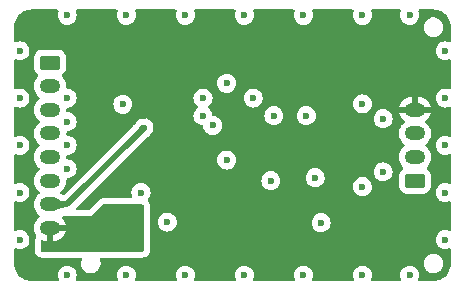
<source format=gbr>
%TF.GenerationSoftware,KiCad,Pcbnew,8.0.1*%
%TF.CreationDate,2024-11-10T15:13:46-05:00*%
%TF.ProjectId,ads1220_board,61647331-3232-4305-9f62-6f6172642e6b,rev?*%
%TF.SameCoordinates,Original*%
%TF.FileFunction,Copper,L3,Inr*%
%TF.FilePolarity,Positive*%
%FSLAX46Y46*%
G04 Gerber Fmt 4.6, Leading zero omitted, Abs format (unit mm)*
G04 Created by KiCad (PCBNEW 8.0.1) date 2024-11-10 15:13:46*
%MOMM*%
%LPD*%
G01*
G04 APERTURE LIST*
G04 Aperture macros list*
%AMRoundRect*
0 Rectangle with rounded corners*
0 $1 Rounding radius*
0 $2 $3 $4 $5 $6 $7 $8 $9 X,Y pos of 4 corners*
0 Add a 4 corners polygon primitive as box body*
4,1,4,$2,$3,$4,$5,$6,$7,$8,$9,$2,$3,0*
0 Add four circle primitives for the rounded corners*
1,1,$1+$1,$2,$3*
1,1,$1+$1,$4,$5*
1,1,$1+$1,$6,$7*
1,1,$1+$1,$8,$9*
0 Add four rect primitives between the rounded corners*
20,1,$1+$1,$2,$3,$4,$5,0*
20,1,$1+$1,$4,$5,$6,$7,0*
20,1,$1+$1,$6,$7,$8,$9,0*
20,1,$1+$1,$8,$9,$2,$3,0*%
G04 Aperture macros list end*
%TA.AperFunction,ComponentPad*%
%ADD10RoundRect,0.250000X0.625000X-0.350000X0.625000X0.350000X-0.625000X0.350000X-0.625000X-0.350000X0*%
%TD*%
%TA.AperFunction,ComponentPad*%
%ADD11O,1.750000X1.200000*%
%TD*%
%TA.AperFunction,ComponentPad*%
%ADD12RoundRect,0.250000X-0.625000X0.350000X-0.625000X-0.350000X0.625000X-0.350000X0.625000X0.350000X0*%
%TD*%
%TA.AperFunction,ViaPad*%
%ADD13C,0.600000*%
%TD*%
%TA.AperFunction,Conductor*%
%ADD14C,0.500000*%
%TD*%
G04 APERTURE END LIST*
D10*
%TO.N,GND*%
%TO.C,J2*%
X144450000Y-85000000D03*
D11*
%TO.N,/SIG+*%
X144450000Y-83000000D03*
%TO.N,/SIG-*%
X144450000Y-81000000D03*
%TO.N,+4V*%
X144450000Y-79000000D03*
%TD*%
D12*
%TO.N,GND*%
%TO.C,J3*%
X113550000Y-75000000D03*
D11*
%TO.N,Net-(J3-Pin_2)*%
X113550000Y-77000000D03*
%TO.N,Net-(J3-Pin_3)*%
X113550000Y-79000000D03*
%TO.N,Net-(J3-Pin_4)*%
X113550000Y-81000000D03*
%TO.N,Net-(J3-Pin_5)*%
X113550000Y-83000000D03*
%TO.N,Net-(J3-Pin_6)*%
X113550000Y-85000000D03*
%TO.N,+3V3*%
X113550000Y-87000000D03*
%TO.N,+5V*%
X113550000Y-89000000D03*
%TD*%
D13*
%TO.N,+5V*%
X121000000Y-89500000D03*
X121000000Y-87500000D03*
%TO.N,GND*%
X140000000Y-71000000D03*
X132500000Y-79500000D03*
X144000000Y-93000000D03*
X140000000Y-78500000D03*
X111000000Y-90000000D03*
X140000000Y-85500000D03*
X132250000Y-85000000D03*
X128500000Y-83250000D03*
X115000000Y-71000000D03*
X147000000Y-82000000D03*
X144000000Y-71000000D03*
X125000000Y-93000000D03*
X115000000Y-82000000D03*
X115000000Y-93000000D03*
X136000000Y-84750000D03*
X125000000Y-71000000D03*
X111000000Y-86000000D03*
X136498809Y-88550744D03*
X120000000Y-93000000D03*
X130750000Y-78000000D03*
X141750000Y-84250000D03*
X147000000Y-74000000D03*
X121250000Y-86000000D03*
X141750000Y-79750000D03*
X123475000Y-88500000D03*
X115000000Y-80000000D03*
X120000000Y-71000000D03*
X111000000Y-82000000D03*
X111000000Y-74000000D03*
X111000000Y-78000000D03*
X115000000Y-78000000D03*
X135250000Y-79500000D03*
X147000000Y-90000000D03*
X135000000Y-71000000D03*
X140000000Y-93000000D03*
X147000000Y-86000000D03*
X115000000Y-84000000D03*
X128500000Y-76750000D03*
X135000000Y-93000000D03*
X147000000Y-78000000D03*
X130000000Y-71000000D03*
X130000000Y-93000000D03*
X119720000Y-78530000D03*
X127325000Y-80325000D03*
%TO.N,+4V*%
X124525000Y-85025000D03*
X125500000Y-86000000D03*
X138700000Y-87800000D03*
X130250000Y-83000000D03*
X131700000Y-88550000D03*
X121500000Y-79500000D03*
%TO.N,+3V3*%
X121500000Y-80500000D03*
%TO.N,/INA_REF*%
X126500000Y-78000000D03*
%TO.N,/SIG_AMP+*%
X126500000Y-79500000D03*
%TD*%
D14*
%TO.N,+3V3*%
X115000000Y-87000000D02*
X121500000Y-80500000D01*
X113550000Y-87000000D02*
X115000000Y-87000000D01*
%TD*%
%TA.AperFunction,Conductor*%
%TO.N,+5V*%
G36*
X121443039Y-87019685D02*
G01*
X121488794Y-87072489D01*
X121500000Y-87124000D01*
X121500000Y-90876000D01*
X121480315Y-90943039D01*
X121427511Y-90988794D01*
X121376000Y-91000000D01*
X112874000Y-91000000D01*
X112806961Y-90980315D01*
X112761206Y-90927511D01*
X112750000Y-90876000D01*
X112750000Y-90156696D01*
X112769685Y-90089657D01*
X112822489Y-90043902D01*
X112891647Y-90033958D01*
X112912319Y-90038765D01*
X113017415Y-90072914D01*
X113188429Y-90100000D01*
X113300000Y-90100000D01*
X113300000Y-89280330D01*
X113319745Y-89300075D01*
X113405255Y-89349444D01*
X113500630Y-89375000D01*
X113599370Y-89375000D01*
X113694745Y-89349444D01*
X113780255Y-89300075D01*
X113800000Y-89280330D01*
X113800000Y-90100000D01*
X113911571Y-90100000D01*
X114082584Y-90072914D01*
X114247257Y-90019408D01*
X114401524Y-89940804D01*
X114541602Y-89839032D01*
X114664032Y-89716602D01*
X114765804Y-89576524D01*
X114844408Y-89422255D01*
X114897914Y-89257584D01*
X114899115Y-89250000D01*
X113830330Y-89250000D01*
X113850075Y-89230255D01*
X113899444Y-89144745D01*
X113925000Y-89049370D01*
X113925000Y-88950630D01*
X113899444Y-88855255D01*
X113850075Y-88769745D01*
X113830330Y-88750000D01*
X114899115Y-88750000D01*
X114899115Y-88749999D01*
X114897914Y-88742415D01*
X114844408Y-88577744D01*
X114765804Y-88423475D01*
X114664032Y-88283397D01*
X114592316Y-88211681D01*
X114558831Y-88150358D01*
X114563815Y-88080666D01*
X114605687Y-88024733D01*
X114671151Y-88000316D01*
X114679997Y-88000000D01*
X117000000Y-88000000D01*
X117963681Y-87036319D01*
X118025004Y-87002834D01*
X118051362Y-87000000D01*
X121376000Y-87000000D01*
X121443039Y-87019685D01*
G37*
%TD.AperFunction*%
%TD*%
%TA.AperFunction,Conductor*%
%TO.N,+4V*%
G36*
X114218967Y-70520185D02*
G01*
X114264722Y-70572989D01*
X114274666Y-70642147D01*
X114268970Y-70665454D01*
X114214632Y-70820742D01*
X114214630Y-70820750D01*
X114194435Y-70999996D01*
X114194435Y-71000003D01*
X114214630Y-71179249D01*
X114214631Y-71179254D01*
X114274211Y-71349523D01*
X114370184Y-71502262D01*
X114497738Y-71629816D01*
X114650478Y-71725789D01*
X114745158Y-71758919D01*
X114820745Y-71785368D01*
X114820750Y-71785369D01*
X114999996Y-71805565D01*
X115000000Y-71805565D01*
X115000004Y-71805565D01*
X115179249Y-71785369D01*
X115179252Y-71785368D01*
X115179255Y-71785368D01*
X115349522Y-71725789D01*
X115502262Y-71629816D01*
X115629816Y-71502262D01*
X115725789Y-71349522D01*
X115785368Y-71179255D01*
X115785369Y-71179249D01*
X115805565Y-71000003D01*
X115805565Y-70999996D01*
X115785369Y-70820750D01*
X115785367Y-70820742D01*
X115731030Y-70665454D01*
X115727469Y-70595676D01*
X115762198Y-70535048D01*
X115824191Y-70502821D01*
X115848072Y-70500500D01*
X119151928Y-70500500D01*
X119218967Y-70520185D01*
X119264722Y-70572989D01*
X119274666Y-70642147D01*
X119268970Y-70665454D01*
X119214632Y-70820742D01*
X119214630Y-70820750D01*
X119194435Y-70999996D01*
X119194435Y-71000003D01*
X119214630Y-71179249D01*
X119214631Y-71179254D01*
X119274211Y-71349523D01*
X119370184Y-71502262D01*
X119497738Y-71629816D01*
X119650478Y-71725789D01*
X119745158Y-71758919D01*
X119820745Y-71785368D01*
X119820750Y-71785369D01*
X119999996Y-71805565D01*
X120000000Y-71805565D01*
X120000004Y-71805565D01*
X120179249Y-71785369D01*
X120179252Y-71785368D01*
X120179255Y-71785368D01*
X120349522Y-71725789D01*
X120502262Y-71629816D01*
X120629816Y-71502262D01*
X120725789Y-71349522D01*
X120785368Y-71179255D01*
X120785369Y-71179249D01*
X120805565Y-71000003D01*
X120805565Y-70999996D01*
X120785369Y-70820750D01*
X120785367Y-70820742D01*
X120731030Y-70665454D01*
X120727469Y-70595676D01*
X120762198Y-70535048D01*
X120824191Y-70502821D01*
X120848072Y-70500500D01*
X124151928Y-70500500D01*
X124218967Y-70520185D01*
X124264722Y-70572989D01*
X124274666Y-70642147D01*
X124268970Y-70665454D01*
X124214632Y-70820742D01*
X124214630Y-70820750D01*
X124194435Y-70999996D01*
X124194435Y-71000003D01*
X124214630Y-71179249D01*
X124214631Y-71179254D01*
X124274211Y-71349523D01*
X124370184Y-71502262D01*
X124497738Y-71629816D01*
X124650478Y-71725789D01*
X124745158Y-71758919D01*
X124820745Y-71785368D01*
X124820750Y-71785369D01*
X124999996Y-71805565D01*
X125000000Y-71805565D01*
X125000004Y-71805565D01*
X125179249Y-71785369D01*
X125179252Y-71785368D01*
X125179255Y-71785368D01*
X125349522Y-71725789D01*
X125502262Y-71629816D01*
X125629816Y-71502262D01*
X125725789Y-71349522D01*
X125785368Y-71179255D01*
X125785369Y-71179249D01*
X125805565Y-71000003D01*
X125805565Y-70999996D01*
X125785369Y-70820750D01*
X125785367Y-70820742D01*
X125731030Y-70665454D01*
X125727469Y-70595676D01*
X125762198Y-70535048D01*
X125824191Y-70502821D01*
X125848072Y-70500500D01*
X129151928Y-70500500D01*
X129218967Y-70520185D01*
X129264722Y-70572989D01*
X129274666Y-70642147D01*
X129268970Y-70665454D01*
X129214632Y-70820742D01*
X129214630Y-70820750D01*
X129194435Y-70999996D01*
X129194435Y-71000003D01*
X129214630Y-71179249D01*
X129214631Y-71179254D01*
X129274211Y-71349523D01*
X129370184Y-71502262D01*
X129497738Y-71629816D01*
X129650478Y-71725789D01*
X129745158Y-71758919D01*
X129820745Y-71785368D01*
X129820750Y-71785369D01*
X129999996Y-71805565D01*
X130000000Y-71805565D01*
X130000004Y-71805565D01*
X130179249Y-71785369D01*
X130179252Y-71785368D01*
X130179255Y-71785368D01*
X130349522Y-71725789D01*
X130502262Y-71629816D01*
X130629816Y-71502262D01*
X130725789Y-71349522D01*
X130785368Y-71179255D01*
X130785369Y-71179249D01*
X130805565Y-71000003D01*
X130805565Y-70999996D01*
X130785369Y-70820750D01*
X130785367Y-70820742D01*
X130731030Y-70665454D01*
X130727469Y-70595676D01*
X130762198Y-70535048D01*
X130824191Y-70502821D01*
X130848072Y-70500500D01*
X134151928Y-70500500D01*
X134218967Y-70520185D01*
X134264722Y-70572989D01*
X134274666Y-70642147D01*
X134268970Y-70665454D01*
X134214632Y-70820742D01*
X134214630Y-70820750D01*
X134194435Y-70999996D01*
X134194435Y-71000003D01*
X134214630Y-71179249D01*
X134214631Y-71179254D01*
X134274211Y-71349523D01*
X134370184Y-71502262D01*
X134497738Y-71629816D01*
X134650478Y-71725789D01*
X134745158Y-71758919D01*
X134820745Y-71785368D01*
X134820750Y-71785369D01*
X134999996Y-71805565D01*
X135000000Y-71805565D01*
X135000004Y-71805565D01*
X135179249Y-71785369D01*
X135179252Y-71785368D01*
X135179255Y-71785368D01*
X135349522Y-71725789D01*
X135502262Y-71629816D01*
X135629816Y-71502262D01*
X135725789Y-71349522D01*
X135785368Y-71179255D01*
X135785369Y-71179249D01*
X135805565Y-71000003D01*
X135805565Y-70999996D01*
X135785369Y-70820750D01*
X135785367Y-70820742D01*
X135731030Y-70665454D01*
X135727469Y-70595676D01*
X135762198Y-70535048D01*
X135824191Y-70502821D01*
X135848072Y-70500500D01*
X139151928Y-70500500D01*
X139218967Y-70520185D01*
X139264722Y-70572989D01*
X139274666Y-70642147D01*
X139268970Y-70665454D01*
X139214632Y-70820742D01*
X139214630Y-70820750D01*
X139194435Y-70999996D01*
X139194435Y-71000003D01*
X139214630Y-71179249D01*
X139214631Y-71179254D01*
X139274211Y-71349523D01*
X139370184Y-71502262D01*
X139497738Y-71629816D01*
X139650478Y-71725789D01*
X139745158Y-71758919D01*
X139820745Y-71785368D01*
X139820750Y-71785369D01*
X139999996Y-71805565D01*
X140000000Y-71805565D01*
X140000004Y-71805565D01*
X140179249Y-71785369D01*
X140179252Y-71785368D01*
X140179255Y-71785368D01*
X140349522Y-71725789D01*
X140502262Y-71629816D01*
X140629816Y-71502262D01*
X140725789Y-71349522D01*
X140785368Y-71179255D01*
X140785369Y-71179249D01*
X140805565Y-71000003D01*
X140805565Y-70999996D01*
X140785369Y-70820750D01*
X140785367Y-70820742D01*
X140731030Y-70665454D01*
X140727469Y-70595676D01*
X140762198Y-70535048D01*
X140824191Y-70502821D01*
X140848072Y-70500500D01*
X143151928Y-70500500D01*
X143218967Y-70520185D01*
X143264722Y-70572989D01*
X143274666Y-70642147D01*
X143268970Y-70665454D01*
X143214632Y-70820742D01*
X143214630Y-70820750D01*
X143194435Y-70999996D01*
X143194435Y-71000003D01*
X143214630Y-71179249D01*
X143214631Y-71179254D01*
X143274211Y-71349523D01*
X143370184Y-71502262D01*
X143497738Y-71629816D01*
X143650478Y-71725789D01*
X143745158Y-71758919D01*
X143820745Y-71785368D01*
X143820750Y-71785369D01*
X143999996Y-71805565D01*
X144000000Y-71805565D01*
X144000004Y-71805565D01*
X144179249Y-71785369D01*
X144179252Y-71785368D01*
X144179255Y-71785368D01*
X144349522Y-71725789D01*
X144502262Y-71629816D01*
X144629816Y-71502262D01*
X144725789Y-71349522D01*
X144785368Y-71179255D01*
X144785369Y-71179249D01*
X144805565Y-71000003D01*
X144805565Y-70999996D01*
X144785369Y-70820750D01*
X144785367Y-70820742D01*
X144731030Y-70665454D01*
X144727469Y-70595676D01*
X144762198Y-70535048D01*
X144824191Y-70502821D01*
X144848072Y-70500500D01*
X145934108Y-70500500D01*
X145995572Y-70500500D01*
X146004418Y-70500816D01*
X146204561Y-70515130D01*
X146222063Y-70517647D01*
X146413797Y-70559355D01*
X146430755Y-70564334D01*
X146614609Y-70632909D01*
X146630701Y-70640259D01*
X146802904Y-70734288D01*
X146817784Y-70743849D01*
X146974867Y-70861441D01*
X146988237Y-70873027D01*
X147126972Y-71011762D01*
X147138558Y-71025132D01*
X147249625Y-71173500D01*
X147256146Y-71182210D01*
X147265711Y-71197095D01*
X147359740Y-71369298D01*
X147367090Y-71385390D01*
X147435662Y-71569236D01*
X147440646Y-71586212D01*
X147482351Y-71777931D01*
X147484869Y-71795442D01*
X147499184Y-71995580D01*
X147499500Y-72004427D01*
X147499500Y-73151928D01*
X147479815Y-73218967D01*
X147427011Y-73264722D01*
X147357853Y-73274666D01*
X147334546Y-73268970D01*
X147179257Y-73214632D01*
X147179249Y-73214630D01*
X147000004Y-73194435D01*
X146999996Y-73194435D01*
X146820750Y-73214630D01*
X146820745Y-73214631D01*
X146650476Y-73274211D01*
X146497737Y-73370184D01*
X146370184Y-73497737D01*
X146274211Y-73650476D01*
X146214631Y-73820745D01*
X146214630Y-73820750D01*
X146194435Y-73999996D01*
X146194435Y-74000003D01*
X146214630Y-74179249D01*
X146214631Y-74179254D01*
X146274211Y-74349523D01*
X146367003Y-74497200D01*
X146370184Y-74502262D01*
X146497738Y-74629816D01*
X146650478Y-74725789D01*
X146808353Y-74781032D01*
X146820745Y-74785368D01*
X146820750Y-74785369D01*
X146999996Y-74805565D01*
X147000000Y-74805565D01*
X147000004Y-74805565D01*
X147179249Y-74785369D01*
X147179251Y-74785368D01*
X147179255Y-74785368D01*
X147179258Y-74785366D01*
X147179262Y-74785366D01*
X147334545Y-74731030D01*
X147404324Y-74727468D01*
X147464951Y-74762196D01*
X147497179Y-74824190D01*
X147499500Y-74848071D01*
X147499500Y-77151928D01*
X147479815Y-77218967D01*
X147427011Y-77264722D01*
X147357853Y-77274666D01*
X147334546Y-77268970D01*
X147179257Y-77214632D01*
X147179249Y-77214630D01*
X147000004Y-77194435D01*
X146999996Y-77194435D01*
X146820750Y-77214630D01*
X146820745Y-77214631D01*
X146650476Y-77274211D01*
X146497737Y-77370184D01*
X146370184Y-77497737D01*
X146274211Y-77650476D01*
X146214631Y-77820745D01*
X146214630Y-77820750D01*
X146194435Y-77999996D01*
X146194435Y-78000003D01*
X146214630Y-78179249D01*
X146214631Y-78179254D01*
X146274211Y-78349523D01*
X146368760Y-78499996D01*
X146370184Y-78502262D01*
X146497738Y-78629816D01*
X146561305Y-78669758D01*
X146632721Y-78714632D01*
X146650478Y-78725789D01*
X146776097Y-78769745D01*
X146820745Y-78785368D01*
X146820750Y-78785369D01*
X146999996Y-78805565D01*
X147000000Y-78805565D01*
X147000004Y-78805565D01*
X147179249Y-78785369D01*
X147179251Y-78785368D01*
X147179255Y-78785368D01*
X147179258Y-78785366D01*
X147179262Y-78785366D01*
X147334545Y-78731030D01*
X147404324Y-78727468D01*
X147464951Y-78762196D01*
X147497179Y-78824190D01*
X147499500Y-78848071D01*
X147499500Y-81151928D01*
X147479815Y-81218967D01*
X147427011Y-81264722D01*
X147357853Y-81274666D01*
X147334546Y-81268970D01*
X147179257Y-81214632D01*
X147179249Y-81214630D01*
X147000004Y-81194435D01*
X146999996Y-81194435D01*
X146820750Y-81214630D01*
X146820745Y-81214631D01*
X146650476Y-81274211D01*
X146497737Y-81370184D01*
X146370184Y-81497737D01*
X146274211Y-81650476D01*
X146214631Y-81820745D01*
X146214630Y-81820750D01*
X146194435Y-81999996D01*
X146194435Y-82000003D01*
X146214630Y-82179249D01*
X146214631Y-82179254D01*
X146274211Y-82349523D01*
X146333849Y-82444435D01*
X146370184Y-82502262D01*
X146497738Y-82629816D01*
X146650478Y-82725789D01*
X146808353Y-82781032D01*
X146820745Y-82785368D01*
X146820750Y-82785369D01*
X146999996Y-82805565D01*
X147000000Y-82805565D01*
X147000004Y-82805565D01*
X147179249Y-82785369D01*
X147179251Y-82785368D01*
X147179255Y-82785368D01*
X147179258Y-82785366D01*
X147179262Y-82785366D01*
X147334545Y-82731030D01*
X147404324Y-82727468D01*
X147464951Y-82762196D01*
X147497179Y-82824190D01*
X147499500Y-82848071D01*
X147499500Y-85151928D01*
X147479815Y-85218967D01*
X147427011Y-85264722D01*
X147357853Y-85274666D01*
X147334546Y-85268970D01*
X147179257Y-85214632D01*
X147179249Y-85214630D01*
X147000004Y-85194435D01*
X146999996Y-85194435D01*
X146820750Y-85214630D01*
X146820745Y-85214631D01*
X146650476Y-85274211D01*
X146497737Y-85370184D01*
X146370184Y-85497737D01*
X146274211Y-85650476D01*
X146214631Y-85820745D01*
X146214630Y-85820750D01*
X146194435Y-85999996D01*
X146194435Y-86000003D01*
X146214630Y-86179249D01*
X146214631Y-86179254D01*
X146274211Y-86349523D01*
X146343598Y-86459951D01*
X146370184Y-86502262D01*
X146497738Y-86629816D01*
X146575818Y-86678877D01*
X146617984Y-86705372D01*
X146650478Y-86725789D01*
X146808353Y-86781032D01*
X146820745Y-86785368D01*
X146820750Y-86785369D01*
X146999996Y-86805565D01*
X147000000Y-86805565D01*
X147000004Y-86805565D01*
X147179249Y-86785369D01*
X147179251Y-86785368D01*
X147179255Y-86785368D01*
X147179258Y-86785366D01*
X147179262Y-86785366D01*
X147334545Y-86731030D01*
X147404324Y-86727468D01*
X147464951Y-86762196D01*
X147497179Y-86824190D01*
X147499500Y-86848071D01*
X147499500Y-89151928D01*
X147479815Y-89218967D01*
X147427011Y-89264722D01*
X147357853Y-89274666D01*
X147334546Y-89268970D01*
X147179257Y-89214632D01*
X147179249Y-89214630D01*
X147000004Y-89194435D01*
X146999996Y-89194435D01*
X146820750Y-89214630D01*
X146820745Y-89214631D01*
X146650476Y-89274211D01*
X146497737Y-89370184D01*
X146370184Y-89497737D01*
X146274211Y-89650476D01*
X146214631Y-89820745D01*
X146214630Y-89820750D01*
X146194435Y-89999996D01*
X146194435Y-90000003D01*
X146214630Y-90179249D01*
X146214631Y-90179254D01*
X146274211Y-90349523D01*
X146370184Y-90502262D01*
X146497738Y-90629816D01*
X146650478Y-90725789D01*
X146808353Y-90781032D01*
X146820745Y-90785368D01*
X146820750Y-90785369D01*
X146999996Y-90805565D01*
X147000000Y-90805565D01*
X147000004Y-90805565D01*
X147179249Y-90785369D01*
X147179251Y-90785368D01*
X147179255Y-90785368D01*
X147179258Y-90785366D01*
X147179262Y-90785366D01*
X147334545Y-90731030D01*
X147404324Y-90727468D01*
X147464951Y-90762196D01*
X147497179Y-90824190D01*
X147499500Y-90848071D01*
X147499500Y-91995572D01*
X147499184Y-92004419D01*
X147484869Y-92204557D01*
X147482351Y-92222068D01*
X147440646Y-92413787D01*
X147435662Y-92430763D01*
X147367090Y-92614609D01*
X147359740Y-92630701D01*
X147265711Y-92802904D01*
X147256146Y-92817789D01*
X147138558Y-92974867D01*
X147126972Y-92988237D01*
X146988237Y-93126972D01*
X146974867Y-93138558D01*
X146817789Y-93256146D01*
X146802904Y-93265711D01*
X146630701Y-93359740D01*
X146614609Y-93367090D01*
X146430763Y-93435662D01*
X146413787Y-93440646D01*
X146222068Y-93482351D01*
X146204557Y-93484869D01*
X146032451Y-93497179D01*
X146004417Y-93499184D01*
X145995572Y-93499500D01*
X144848072Y-93499500D01*
X144781033Y-93479815D01*
X144735278Y-93427011D01*
X144725334Y-93357853D01*
X144731030Y-93334546D01*
X144785367Y-93179257D01*
X144785368Y-93179255D01*
X144785369Y-93179249D01*
X144805565Y-93000003D01*
X144805565Y-92999996D01*
X144785369Y-92820750D01*
X144785368Y-92820745D01*
X144725788Y-92650476D01*
X144629815Y-92497737D01*
X144502262Y-92370184D01*
X144349523Y-92274211D01*
X144179254Y-92214631D01*
X144179249Y-92214630D01*
X144000004Y-92194435D01*
X143999996Y-92194435D01*
X143820750Y-92214630D01*
X143820745Y-92214631D01*
X143650476Y-92274211D01*
X143497737Y-92370184D01*
X143370184Y-92497737D01*
X143274211Y-92650476D01*
X143214631Y-92820745D01*
X143214630Y-92820750D01*
X143194435Y-92999996D01*
X143194435Y-93000003D01*
X143214630Y-93179249D01*
X143214632Y-93179257D01*
X143268970Y-93334546D01*
X143272531Y-93404324D01*
X143237802Y-93464952D01*
X143175809Y-93497179D01*
X143151928Y-93499500D01*
X140848072Y-93499500D01*
X140781033Y-93479815D01*
X140735278Y-93427011D01*
X140725334Y-93357853D01*
X140731030Y-93334546D01*
X140785367Y-93179257D01*
X140785368Y-93179255D01*
X140785369Y-93179249D01*
X140805565Y-93000003D01*
X140805565Y-92999996D01*
X140785369Y-92820750D01*
X140785368Y-92820745D01*
X140725788Y-92650476D01*
X140629815Y-92497737D01*
X140502262Y-92370184D01*
X140349523Y-92274211D01*
X140179254Y-92214631D01*
X140179249Y-92214630D01*
X140000004Y-92194435D01*
X139999996Y-92194435D01*
X139820750Y-92214630D01*
X139820745Y-92214631D01*
X139650476Y-92274211D01*
X139497737Y-92370184D01*
X139370184Y-92497737D01*
X139274211Y-92650476D01*
X139214631Y-92820745D01*
X139214630Y-92820750D01*
X139194435Y-92999996D01*
X139194435Y-93000003D01*
X139214630Y-93179249D01*
X139214632Y-93179257D01*
X139268970Y-93334546D01*
X139272531Y-93404324D01*
X139237802Y-93464952D01*
X139175809Y-93497179D01*
X139151928Y-93499500D01*
X135848072Y-93499500D01*
X135781033Y-93479815D01*
X135735278Y-93427011D01*
X135725334Y-93357853D01*
X135731030Y-93334546D01*
X135785367Y-93179257D01*
X135785368Y-93179255D01*
X135785369Y-93179249D01*
X135805565Y-93000003D01*
X135805565Y-92999996D01*
X135785369Y-92820750D01*
X135785368Y-92820745D01*
X135725788Y-92650476D01*
X135629815Y-92497737D01*
X135502262Y-92370184D01*
X135349523Y-92274211D01*
X135179254Y-92214631D01*
X135179249Y-92214630D01*
X135000004Y-92194435D01*
X134999996Y-92194435D01*
X134820750Y-92214630D01*
X134820745Y-92214631D01*
X134650476Y-92274211D01*
X134497737Y-92370184D01*
X134370184Y-92497737D01*
X134274211Y-92650476D01*
X134214631Y-92820745D01*
X134214630Y-92820750D01*
X134194435Y-92999996D01*
X134194435Y-93000003D01*
X134214630Y-93179249D01*
X134214632Y-93179257D01*
X134268970Y-93334546D01*
X134272531Y-93404324D01*
X134237802Y-93464952D01*
X134175809Y-93497179D01*
X134151928Y-93499500D01*
X130848072Y-93499500D01*
X130781033Y-93479815D01*
X130735278Y-93427011D01*
X130725334Y-93357853D01*
X130731030Y-93334546D01*
X130785367Y-93179257D01*
X130785368Y-93179255D01*
X130785369Y-93179249D01*
X130805565Y-93000003D01*
X130805565Y-92999996D01*
X130785369Y-92820750D01*
X130785368Y-92820745D01*
X130725788Y-92650476D01*
X130629815Y-92497737D01*
X130502262Y-92370184D01*
X130349523Y-92274211D01*
X130179254Y-92214631D01*
X130179249Y-92214630D01*
X130000004Y-92194435D01*
X129999996Y-92194435D01*
X129820750Y-92214630D01*
X129820745Y-92214631D01*
X129650476Y-92274211D01*
X129497737Y-92370184D01*
X129370184Y-92497737D01*
X129274211Y-92650476D01*
X129214631Y-92820745D01*
X129214630Y-92820750D01*
X129194435Y-92999996D01*
X129194435Y-93000003D01*
X129214630Y-93179249D01*
X129214632Y-93179257D01*
X129268970Y-93334546D01*
X129272531Y-93404324D01*
X129237802Y-93464952D01*
X129175809Y-93497179D01*
X129151928Y-93499500D01*
X125848072Y-93499500D01*
X125781033Y-93479815D01*
X125735278Y-93427011D01*
X125725334Y-93357853D01*
X125731030Y-93334546D01*
X125785367Y-93179257D01*
X125785368Y-93179255D01*
X125785369Y-93179249D01*
X125805565Y-93000003D01*
X125805565Y-92999996D01*
X125785369Y-92820750D01*
X125785368Y-92820745D01*
X125725788Y-92650476D01*
X125629815Y-92497737D01*
X125502262Y-92370184D01*
X125349523Y-92274211D01*
X125179254Y-92214631D01*
X125179249Y-92214630D01*
X125000004Y-92194435D01*
X124999996Y-92194435D01*
X124820750Y-92214630D01*
X124820745Y-92214631D01*
X124650476Y-92274211D01*
X124497737Y-92370184D01*
X124370184Y-92497737D01*
X124274211Y-92650476D01*
X124214631Y-92820745D01*
X124214630Y-92820750D01*
X124194435Y-92999996D01*
X124194435Y-93000003D01*
X124214630Y-93179249D01*
X124214632Y-93179257D01*
X124268970Y-93334546D01*
X124272531Y-93404324D01*
X124237802Y-93464952D01*
X124175809Y-93497179D01*
X124151928Y-93499500D01*
X120848072Y-93499500D01*
X120781033Y-93479815D01*
X120735278Y-93427011D01*
X120725334Y-93357853D01*
X120731030Y-93334546D01*
X120785367Y-93179257D01*
X120785368Y-93179255D01*
X120785369Y-93179249D01*
X120805565Y-93000003D01*
X120805565Y-92999996D01*
X120785369Y-92820750D01*
X120785368Y-92820745D01*
X120725788Y-92650476D01*
X120629815Y-92497737D01*
X120502262Y-92370184D01*
X120349523Y-92274211D01*
X120179254Y-92214631D01*
X120179249Y-92214630D01*
X120000004Y-92194435D01*
X119999996Y-92194435D01*
X119820750Y-92214630D01*
X119820745Y-92214631D01*
X119650476Y-92274211D01*
X119497737Y-92370184D01*
X119370184Y-92497737D01*
X119274211Y-92650476D01*
X119214631Y-92820745D01*
X119214630Y-92820750D01*
X119194435Y-92999996D01*
X119194435Y-93000003D01*
X119214630Y-93179249D01*
X119214632Y-93179257D01*
X119268970Y-93334546D01*
X119272531Y-93404324D01*
X119237802Y-93464952D01*
X119175809Y-93497179D01*
X119151928Y-93499500D01*
X115848072Y-93499500D01*
X115781033Y-93479815D01*
X115735278Y-93427011D01*
X115725334Y-93357853D01*
X115731030Y-93334546D01*
X115785367Y-93179257D01*
X115785368Y-93179255D01*
X115785369Y-93179249D01*
X115805565Y-93000003D01*
X115805565Y-92999996D01*
X115785369Y-92820750D01*
X115785368Y-92820745D01*
X115725788Y-92650476D01*
X115629815Y-92497737D01*
X115502262Y-92370184D01*
X115349523Y-92274211D01*
X115179254Y-92214631D01*
X115179249Y-92214630D01*
X115000004Y-92194435D01*
X114999996Y-92194435D01*
X114820750Y-92214630D01*
X114820745Y-92214631D01*
X114650476Y-92274211D01*
X114497737Y-92370184D01*
X114370184Y-92497737D01*
X114274211Y-92650476D01*
X114214631Y-92820745D01*
X114214630Y-92820750D01*
X114194435Y-92999996D01*
X114194435Y-93000003D01*
X114214630Y-93179249D01*
X114214632Y-93179257D01*
X114268970Y-93334546D01*
X114272531Y-93404324D01*
X114237802Y-93464952D01*
X114175809Y-93497179D01*
X114151928Y-93499500D01*
X112004428Y-93499500D01*
X111995582Y-93499184D01*
X111967549Y-93497179D01*
X111795442Y-93484869D01*
X111777931Y-93482351D01*
X111586212Y-93440646D01*
X111569236Y-93435662D01*
X111385390Y-93367090D01*
X111369298Y-93359740D01*
X111197095Y-93265711D01*
X111182210Y-93256146D01*
X111079496Y-93179255D01*
X111025132Y-93138558D01*
X111011762Y-93126972D01*
X110873027Y-92988237D01*
X110861441Y-92974867D01*
X110743849Y-92817784D01*
X110734288Y-92802904D01*
X110640259Y-92630701D01*
X110632909Y-92614609D01*
X110589318Y-92497738D01*
X110564334Y-92430755D01*
X110559355Y-92413797D01*
X110517647Y-92222063D01*
X110515130Y-92204556D01*
X110514406Y-92194435D01*
X110500816Y-92004418D01*
X110500500Y-91995572D01*
X110500500Y-90848071D01*
X110520185Y-90781032D01*
X110572989Y-90735277D01*
X110642147Y-90725333D01*
X110665455Y-90731030D01*
X110820737Y-90785366D01*
X110820743Y-90785367D01*
X110820745Y-90785368D01*
X110820746Y-90785368D01*
X110820750Y-90785369D01*
X110999996Y-90805565D01*
X111000000Y-90805565D01*
X111000004Y-90805565D01*
X111179249Y-90785369D01*
X111179252Y-90785368D01*
X111179255Y-90785368D01*
X111349522Y-90725789D01*
X111502262Y-90629816D01*
X111629816Y-90502262D01*
X111725789Y-90349522D01*
X111785368Y-90179255D01*
X111803956Y-90014280D01*
X111805565Y-90000003D01*
X111805565Y-89999996D01*
X111785369Y-89820750D01*
X111785368Y-89820745D01*
X111747944Y-89713793D01*
X111725789Y-89650478D01*
X111629816Y-89497738D01*
X111502262Y-89370184D01*
X111480180Y-89356309D01*
X111349523Y-89274211D01*
X111179254Y-89214631D01*
X111179249Y-89214630D01*
X111000004Y-89194435D01*
X110999996Y-89194435D01*
X110820750Y-89214630D01*
X110820742Y-89214632D01*
X110665454Y-89268970D01*
X110595676Y-89272531D01*
X110535048Y-89237802D01*
X110502821Y-89175809D01*
X110500500Y-89151928D01*
X110500500Y-89086610D01*
X112174500Y-89086610D01*
X112196543Y-89225789D01*
X112201598Y-89257701D01*
X112238146Y-89370184D01*
X112255128Y-89422447D01*
X112333768Y-89576788D01*
X112375426Y-89634125D01*
X112398906Y-89699932D01*
X112383081Y-89767986D01*
X112368822Y-89788212D01*
X112344437Y-89816354D01*
X112344432Y-89816361D01*
X112284663Y-89947233D01*
X112284662Y-89947237D01*
X112264977Y-90014276D01*
X112264976Y-90014280D01*
X112244500Y-90156696D01*
X112244500Y-90876000D01*
X112244501Y-90876009D01*
X112256052Y-90983450D01*
X112256054Y-90983462D01*
X112267260Y-91034972D01*
X112301383Y-91137497D01*
X112301386Y-91137503D01*
X112379171Y-91258537D01*
X112379179Y-91258548D01*
X112424923Y-91311340D01*
X112424926Y-91311343D01*
X112424930Y-91311347D01*
X112533664Y-91405567D01*
X112533667Y-91405568D01*
X112533668Y-91405569D01*
X112627925Y-91448616D01*
X112664541Y-91465338D01*
X112731580Y-91485023D01*
X112731584Y-91485024D01*
X112874000Y-91505500D01*
X116124652Y-91505500D01*
X116191691Y-91525185D01*
X116237446Y-91577989D01*
X116247390Y-91647147D01*
X116239214Y-91676948D01*
X116205262Y-91758919D01*
X116205261Y-91758923D01*
X116205260Y-91758926D01*
X116205259Y-91758926D01*
X116173500Y-91918592D01*
X116173500Y-92081407D01*
X116205259Y-92241073D01*
X116205262Y-92241082D01*
X116267562Y-92391490D01*
X116267563Y-92391492D01*
X116358015Y-92526862D01*
X116358018Y-92526866D01*
X116473133Y-92641981D01*
X116473137Y-92641984D01*
X116608505Y-92732435D01*
X116608506Y-92732435D01*
X116608507Y-92732436D01*
X116608509Y-92732437D01*
X116708781Y-92773970D01*
X116758919Y-92794738D01*
X116758921Y-92794738D01*
X116758926Y-92794740D01*
X116918592Y-92826499D01*
X116918595Y-92826500D01*
X116918597Y-92826500D01*
X117081405Y-92826500D01*
X117081406Y-92826499D01*
X117134629Y-92815912D01*
X117241073Y-92794740D01*
X117241076Y-92794738D01*
X117241081Y-92794738D01*
X117391495Y-92732435D01*
X117526863Y-92641984D01*
X117641984Y-92526863D01*
X117732435Y-92391495D01*
X117794738Y-92241081D01*
X117800000Y-92214631D01*
X117826499Y-92081407D01*
X145173500Y-92081407D01*
X145205259Y-92241073D01*
X145205262Y-92241082D01*
X145267562Y-92391490D01*
X145267563Y-92391492D01*
X145358015Y-92526862D01*
X145358018Y-92526866D01*
X145473133Y-92641981D01*
X145473137Y-92641984D01*
X145608505Y-92732435D01*
X145608506Y-92732435D01*
X145608507Y-92732436D01*
X145608509Y-92732437D01*
X145708781Y-92773970D01*
X145758919Y-92794738D01*
X145758921Y-92794738D01*
X145758926Y-92794740D01*
X145918592Y-92826499D01*
X145918595Y-92826500D01*
X145918597Y-92826500D01*
X146081405Y-92826500D01*
X146081406Y-92826499D01*
X146134629Y-92815912D01*
X146241073Y-92794740D01*
X146241076Y-92794738D01*
X146241081Y-92794738D01*
X146391495Y-92732435D01*
X146526863Y-92641984D01*
X146641984Y-92526863D01*
X146732435Y-92391495D01*
X146794738Y-92241081D01*
X146800000Y-92214631D01*
X146826499Y-92081407D01*
X146826500Y-92081405D01*
X146826500Y-91918594D01*
X146826499Y-91918592D01*
X146794740Y-91758926D01*
X146794737Y-91758917D01*
X146732437Y-91608509D01*
X146732436Y-91608507D01*
X146712044Y-91577989D01*
X146641984Y-91473137D01*
X146641981Y-91473133D01*
X146526866Y-91358018D01*
X146526862Y-91358015D01*
X146391492Y-91267563D01*
X146391490Y-91267562D01*
X146241082Y-91205262D01*
X146241073Y-91205259D01*
X146081406Y-91173500D01*
X146081403Y-91173500D01*
X145918597Y-91173500D01*
X145918594Y-91173500D01*
X145758926Y-91205259D01*
X145758917Y-91205262D01*
X145608509Y-91267562D01*
X145608507Y-91267563D01*
X145473137Y-91358015D01*
X145473133Y-91358018D01*
X145358018Y-91473133D01*
X145358015Y-91473137D01*
X145267563Y-91608507D01*
X145267562Y-91608509D01*
X145205262Y-91758917D01*
X145205259Y-91758926D01*
X145173500Y-91918592D01*
X145173500Y-92081407D01*
X117826499Y-92081407D01*
X117826500Y-92081405D01*
X117826500Y-91918594D01*
X117826499Y-91918592D01*
X117794740Y-91758926D01*
X117794738Y-91758923D01*
X117794738Y-91758919D01*
X117760785Y-91676950D01*
X117753318Y-91607482D01*
X117784594Y-91545003D01*
X117844683Y-91509351D01*
X117875348Y-91505500D01*
X121375990Y-91505500D01*
X121376000Y-91505500D01*
X121483456Y-91493947D01*
X121534967Y-91482741D01*
X121569197Y-91471347D01*
X121637497Y-91448616D01*
X121637501Y-91448613D01*
X121637504Y-91448613D01*
X121758543Y-91370825D01*
X121811347Y-91325070D01*
X121905567Y-91216336D01*
X121965338Y-91085459D01*
X121985023Y-91018420D01*
X121985024Y-91018416D01*
X122005500Y-90876000D01*
X122005500Y-88500003D01*
X122669435Y-88500003D01*
X122689630Y-88679249D01*
X122689631Y-88679254D01*
X122749211Y-88849523D01*
X122781096Y-88900267D01*
X122845184Y-89002262D01*
X122972738Y-89129816D01*
X123007929Y-89151928D01*
X123107721Y-89214632D01*
X123125478Y-89225789D01*
X123270493Y-89276532D01*
X123295745Y-89285368D01*
X123295750Y-89285369D01*
X123474996Y-89305565D01*
X123475000Y-89305565D01*
X123475004Y-89305565D01*
X123654249Y-89285369D01*
X123654252Y-89285368D01*
X123654255Y-89285368D01*
X123824522Y-89225789D01*
X123977262Y-89129816D01*
X124104816Y-89002262D01*
X124200789Y-88849522D01*
X124260368Y-88679255D01*
X124271827Y-88577552D01*
X124274847Y-88550747D01*
X135693244Y-88550747D01*
X135713439Y-88729993D01*
X135713440Y-88729998D01*
X135773020Y-88900267D01*
X135837108Y-89002262D01*
X135868993Y-89053006D01*
X135996547Y-89180560D01*
X136086889Y-89237326D01*
X136146315Y-89274666D01*
X136149287Y-89276533D01*
X136232256Y-89305565D01*
X136319554Y-89336112D01*
X136319559Y-89336113D01*
X136498805Y-89356309D01*
X136498809Y-89356309D01*
X136498813Y-89356309D01*
X136678058Y-89336113D01*
X136678061Y-89336112D01*
X136678064Y-89336112D01*
X136848331Y-89276533D01*
X137001071Y-89180560D01*
X137128625Y-89053006D01*
X137224598Y-88900266D01*
X137284177Y-88729999D01*
X137284178Y-88729993D01*
X137304374Y-88550747D01*
X137304374Y-88550740D01*
X137284178Y-88371494D01*
X137284177Y-88371489D01*
X137266421Y-88320745D01*
X137224598Y-88201222D01*
X137128625Y-88048482D01*
X137001071Y-87920928D01*
X136967260Y-87899683D01*
X136848332Y-87824955D01*
X136678063Y-87765375D01*
X136678058Y-87765374D01*
X136498813Y-87745179D01*
X136498805Y-87745179D01*
X136319559Y-87765374D01*
X136319554Y-87765375D01*
X136149285Y-87824955D01*
X135996546Y-87920928D01*
X135868993Y-88048481D01*
X135773020Y-88201220D01*
X135713440Y-88371489D01*
X135713439Y-88371494D01*
X135693244Y-88550740D01*
X135693244Y-88550747D01*
X124274847Y-88550747D01*
X124280565Y-88500003D01*
X124280565Y-88499996D01*
X124260369Y-88320750D01*
X124260368Y-88320745D01*
X124218544Y-88201220D01*
X124200789Y-88150478D01*
X124104816Y-87997738D01*
X123977262Y-87870184D01*
X123824523Y-87774211D01*
X123654254Y-87714631D01*
X123654249Y-87714630D01*
X123475004Y-87694435D01*
X123474996Y-87694435D01*
X123295750Y-87714630D01*
X123295745Y-87714631D01*
X123125476Y-87774211D01*
X122972737Y-87870184D01*
X122845184Y-87997737D01*
X122749211Y-88150476D01*
X122689631Y-88320745D01*
X122689630Y-88320750D01*
X122669435Y-88499996D01*
X122669435Y-88500003D01*
X122005500Y-88500003D01*
X122005500Y-87124000D01*
X121993947Y-87016544D01*
X121982741Y-86965033D01*
X121982637Y-86964722D01*
X121948616Y-86862502D01*
X121948613Y-86862496D01*
X121870825Y-86741457D01*
X121839556Y-86705371D01*
X121810532Y-86641816D01*
X121820476Y-86572658D01*
X121845588Y-86536489D01*
X121879816Y-86502262D01*
X121975789Y-86349522D01*
X122035368Y-86179255D01*
X122035369Y-86179249D01*
X122055565Y-86000003D01*
X122055565Y-85999996D01*
X122035369Y-85820750D01*
X122035368Y-85820745D01*
X122002141Y-85725788D01*
X121975789Y-85650478D01*
X121879816Y-85497738D01*
X121752262Y-85370184D01*
X121719379Y-85349522D01*
X121599523Y-85274211D01*
X121429254Y-85214631D01*
X121429249Y-85214630D01*
X121250004Y-85194435D01*
X121249996Y-85194435D01*
X121070750Y-85214630D01*
X121070745Y-85214631D01*
X120900476Y-85274211D01*
X120747737Y-85370184D01*
X120620184Y-85497737D01*
X120524211Y-85650476D01*
X120464631Y-85820745D01*
X120464630Y-85820750D01*
X120444435Y-85999996D01*
X120444435Y-86000003D01*
X120464630Y-86179249D01*
X120464633Y-86179262D01*
X120517220Y-86329545D01*
X120520782Y-86399324D01*
X120486054Y-86459951D01*
X120424060Y-86492179D01*
X120400179Y-86494500D01*
X118051360Y-86494500D01*
X117997311Y-86497397D01*
X117997310Y-86497397D01*
X117970977Y-86500229D01*
X117970950Y-86500232D01*
X117917554Y-86508885D01*
X117917552Y-86508885D01*
X117782747Y-86559166D01*
X117721422Y-86592651D01*
X117606240Y-86678876D01*
X117606228Y-86678886D01*
X116826935Y-87458181D01*
X116765612Y-87491666D01*
X116739254Y-87494500D01*
X115866230Y-87494500D01*
X115799191Y-87474815D01*
X115753436Y-87422011D01*
X115743492Y-87352853D01*
X115772517Y-87289297D01*
X115778549Y-87282819D01*
X116731823Y-86329545D01*
X118061364Y-85000003D01*
X131444435Y-85000003D01*
X131464630Y-85179249D01*
X131464631Y-85179254D01*
X131524211Y-85349523D01*
X131570033Y-85422447D01*
X131620184Y-85502262D01*
X131747738Y-85629816D01*
X131810634Y-85669336D01*
X131886375Y-85716928D01*
X131900478Y-85725789D01*
X132070745Y-85785368D01*
X132070750Y-85785369D01*
X132249996Y-85805565D01*
X132250000Y-85805565D01*
X132250004Y-85805565D01*
X132429249Y-85785369D01*
X132429252Y-85785368D01*
X132429255Y-85785368D01*
X132599522Y-85725789D01*
X132752262Y-85629816D01*
X132879816Y-85502262D01*
X132975789Y-85349522D01*
X133035368Y-85179255D01*
X133035369Y-85179249D01*
X133055565Y-85000003D01*
X133055565Y-84999996D01*
X133035369Y-84820750D01*
X133035368Y-84820745D01*
X133010614Y-84750003D01*
X135194435Y-84750003D01*
X135214630Y-84929249D01*
X135214631Y-84929254D01*
X135274211Y-85099523D01*
X135333849Y-85194435D01*
X135370184Y-85252262D01*
X135497738Y-85379816D01*
X135650478Y-85475789D01*
X135820745Y-85535368D01*
X135820750Y-85535369D01*
X135999996Y-85555565D01*
X136000000Y-85555565D01*
X136000004Y-85555565D01*
X136179249Y-85535369D01*
X136179252Y-85535368D01*
X136179255Y-85535368D01*
X136280322Y-85500003D01*
X139194435Y-85500003D01*
X139214630Y-85679249D01*
X139214631Y-85679254D01*
X139274211Y-85849523D01*
X139331836Y-85941232D01*
X139370184Y-86002262D01*
X139497738Y-86129816D01*
X139576410Y-86179249D01*
X139629597Y-86212669D01*
X139650478Y-86225789D01*
X139698693Y-86242660D01*
X139820745Y-86285368D01*
X139820750Y-86285369D01*
X139999996Y-86305565D01*
X140000000Y-86305565D01*
X140000004Y-86305565D01*
X140179249Y-86285369D01*
X140179252Y-86285368D01*
X140179255Y-86285368D01*
X140349522Y-86225789D01*
X140502262Y-86129816D01*
X140629816Y-86002262D01*
X140725789Y-85849522D01*
X140785368Y-85679255D01*
X140786486Y-85669331D01*
X140805565Y-85500003D01*
X140805565Y-85499996D01*
X140794298Y-85400001D01*
X143074500Y-85400001D01*
X143074501Y-85400019D01*
X143085000Y-85502796D01*
X143085001Y-85502799D01*
X143140185Y-85669331D01*
X143140187Y-85669336D01*
X143146305Y-85679255D01*
X143232288Y-85818656D01*
X143356344Y-85942712D01*
X143505666Y-86034814D01*
X143672203Y-86089999D01*
X143774991Y-86100500D01*
X145125008Y-86100499D01*
X145227797Y-86089999D01*
X145394334Y-86034814D01*
X145543656Y-85942712D01*
X145667712Y-85818656D01*
X145759814Y-85669334D01*
X145814999Y-85502797D01*
X145825500Y-85400009D01*
X145825499Y-84599992D01*
X145822511Y-84570745D01*
X145814999Y-84497203D01*
X145814998Y-84497200D01*
X145792481Y-84429249D01*
X145759814Y-84330666D01*
X145667712Y-84181344D01*
X145543656Y-84057288D01*
X145543652Y-84057285D01*
X145479456Y-84017688D01*
X145432731Y-83965740D01*
X145421510Y-83896777D01*
X145449353Y-83832695D01*
X145456850Y-83824491D01*
X145564414Y-83716928D01*
X145666232Y-83576788D01*
X145744873Y-83422445D01*
X145798402Y-83257701D01*
X145825500Y-83086611D01*
X145825500Y-82913389D01*
X145798402Y-82742299D01*
X145744873Y-82577555D01*
X145666232Y-82423212D01*
X145564414Y-82283072D01*
X145441928Y-82160586D01*
X145358975Y-82100317D01*
X145316311Y-82044988D01*
X145310332Y-81975374D01*
X145342938Y-81913579D01*
X145358976Y-81899682D01*
X145441928Y-81839414D01*
X145564414Y-81716928D01*
X145666232Y-81576788D01*
X145744873Y-81422445D01*
X145798402Y-81257701D01*
X145825500Y-81086611D01*
X145825500Y-80913389D01*
X145798402Y-80742299D01*
X145744873Y-80577555D01*
X145666232Y-80423212D01*
X145564414Y-80283072D01*
X145441928Y-80160586D01*
X145358550Y-80100008D01*
X145315885Y-80044677D01*
X145309906Y-79975064D01*
X145342512Y-79913269D01*
X145358552Y-79899371D01*
X145441598Y-79839036D01*
X145564032Y-79716602D01*
X145665804Y-79576524D01*
X145744408Y-79422255D01*
X145797914Y-79257584D01*
X145799115Y-79250000D01*
X144730330Y-79250000D01*
X144750075Y-79230255D01*
X144799444Y-79144745D01*
X144825000Y-79049370D01*
X144825000Y-78950630D01*
X144799444Y-78855255D01*
X144750075Y-78769745D01*
X144730330Y-78750000D01*
X145799115Y-78750000D01*
X145799115Y-78749999D01*
X145797914Y-78742415D01*
X145744408Y-78577744D01*
X145665804Y-78423475D01*
X145564032Y-78283397D01*
X145441602Y-78160967D01*
X145301524Y-78059195D01*
X145147257Y-77980591D01*
X144982584Y-77927085D01*
X144811571Y-77900000D01*
X144700000Y-77900000D01*
X144700000Y-78719670D01*
X144680255Y-78699925D01*
X144594745Y-78650556D01*
X144499370Y-78625000D01*
X144400630Y-78625000D01*
X144305255Y-78650556D01*
X144219745Y-78699925D01*
X144200000Y-78719670D01*
X144200000Y-77900000D01*
X144088429Y-77900000D01*
X143917415Y-77927085D01*
X143752742Y-77980591D01*
X143598475Y-78059195D01*
X143458397Y-78160967D01*
X143335967Y-78283397D01*
X143234195Y-78423475D01*
X143155591Y-78577744D01*
X143102085Y-78742415D01*
X143100884Y-78749999D01*
X143100885Y-78750000D01*
X144169670Y-78750000D01*
X144149925Y-78769745D01*
X144100556Y-78855255D01*
X144075000Y-78950630D01*
X144075000Y-79049370D01*
X144100556Y-79144745D01*
X144149925Y-79230255D01*
X144169670Y-79250000D01*
X143100885Y-79250000D01*
X143102085Y-79257584D01*
X143155591Y-79422255D01*
X143234195Y-79576524D01*
X143335967Y-79716602D01*
X143458401Y-79839036D01*
X143541447Y-79899371D01*
X143584114Y-79954701D01*
X143590093Y-80024314D01*
X143557488Y-80086109D01*
X143541450Y-80100007D01*
X143458072Y-80160585D01*
X143335588Y-80283069D01*
X143335588Y-80283070D01*
X143335586Y-80283072D01*
X143305121Y-80325003D01*
X143233768Y-80423211D01*
X143155128Y-80577552D01*
X143101597Y-80742302D01*
X143074500Y-80913389D01*
X143074500Y-81086610D01*
X143094776Y-81214632D01*
X143101598Y-81257701D01*
X143155127Y-81422445D01*
X143233768Y-81576788D01*
X143335586Y-81716928D01*
X143458072Y-81839414D01*
X143458078Y-81839418D01*
X143541023Y-81899683D01*
X143583689Y-81955013D01*
X143589667Y-82024626D01*
X143557061Y-82086421D01*
X143541023Y-82100317D01*
X143458078Y-82160581D01*
X143458069Y-82160588D01*
X143335588Y-82283069D01*
X143335588Y-82283070D01*
X143335586Y-82283072D01*
X143291859Y-82343256D01*
X143233768Y-82423211D01*
X143155128Y-82577552D01*
X143155127Y-82577554D01*
X143155127Y-82577555D01*
X143128362Y-82659927D01*
X143101597Y-82742302D01*
X143074500Y-82913389D01*
X143074500Y-83086610D01*
X143100378Y-83250003D01*
X143101598Y-83257701D01*
X143155127Y-83422445D01*
X143233768Y-83576788D01*
X143335586Y-83716928D01*
X143335588Y-83716930D01*
X143443127Y-83824469D01*
X143476612Y-83885792D01*
X143471628Y-83955484D01*
X143429756Y-84011417D01*
X143420544Y-84017688D01*
X143356344Y-84057287D01*
X143232289Y-84181342D01*
X143140187Y-84330663D01*
X143140185Y-84330668D01*
X143112349Y-84414670D01*
X143085001Y-84497203D01*
X143085001Y-84497204D01*
X143085000Y-84497204D01*
X143074500Y-84599983D01*
X143074500Y-85400001D01*
X140794298Y-85400001D01*
X140785369Y-85320750D01*
X140785368Y-85320745D01*
X140763308Y-85257701D01*
X140725789Y-85150478D01*
X140629816Y-84997738D01*
X140502262Y-84870184D01*
X140482446Y-84857733D01*
X140349523Y-84774211D01*
X140179254Y-84714631D01*
X140179249Y-84714630D01*
X140000004Y-84694435D01*
X139999996Y-84694435D01*
X139820750Y-84714630D01*
X139820745Y-84714631D01*
X139650476Y-84774211D01*
X139497737Y-84870184D01*
X139370184Y-84997737D01*
X139274211Y-85150476D01*
X139214631Y-85320745D01*
X139214630Y-85320750D01*
X139194435Y-85499996D01*
X139194435Y-85500003D01*
X136280322Y-85500003D01*
X136349522Y-85475789D01*
X136502262Y-85379816D01*
X136629816Y-85252262D01*
X136725789Y-85099522D01*
X136785368Y-84929255D01*
X136787156Y-84913389D01*
X136805565Y-84750003D01*
X136805565Y-84749996D01*
X136785369Y-84570750D01*
X136785368Y-84570745D01*
X136759635Y-84497204D01*
X136725789Y-84400478D01*
X136631239Y-84250003D01*
X140944435Y-84250003D01*
X140964630Y-84429249D01*
X140964631Y-84429254D01*
X141024211Y-84599523D01*
X141083849Y-84694435D01*
X141120184Y-84752262D01*
X141247738Y-84879816D01*
X141400478Y-84975789D01*
X141469678Y-85000003D01*
X141570745Y-85035368D01*
X141570750Y-85035369D01*
X141749996Y-85055565D01*
X141750000Y-85055565D01*
X141750004Y-85055565D01*
X141929249Y-85035369D01*
X141929252Y-85035368D01*
X141929255Y-85035368D01*
X142099522Y-84975789D01*
X142252262Y-84879816D01*
X142379816Y-84752262D01*
X142475789Y-84599522D01*
X142535368Y-84429255D01*
X142536049Y-84423211D01*
X142555565Y-84250003D01*
X142555565Y-84249996D01*
X142535369Y-84070750D01*
X142535368Y-84070745D01*
X142519085Y-84024211D01*
X142475789Y-83900478D01*
X142475289Y-83899683D01*
X142428029Y-83824468D01*
X142379816Y-83747738D01*
X142252262Y-83620184D01*
X142183198Y-83576788D01*
X142099523Y-83524211D01*
X141929254Y-83464631D01*
X141929249Y-83464630D01*
X141750004Y-83444435D01*
X141749996Y-83444435D01*
X141570750Y-83464630D01*
X141570745Y-83464631D01*
X141400476Y-83524211D01*
X141247737Y-83620184D01*
X141120184Y-83747737D01*
X141024211Y-83900476D01*
X140964631Y-84070745D01*
X140964630Y-84070750D01*
X140944435Y-84249996D01*
X140944435Y-84250003D01*
X136631239Y-84250003D01*
X136629816Y-84247738D01*
X136502262Y-84120184D01*
X136448529Y-84086421D01*
X136349523Y-84024211D01*
X136179254Y-83964631D01*
X136179249Y-83964630D01*
X136000004Y-83944435D01*
X135999996Y-83944435D01*
X135820750Y-83964630D01*
X135820745Y-83964631D01*
X135650476Y-84024211D01*
X135497737Y-84120184D01*
X135370184Y-84247737D01*
X135274211Y-84400476D01*
X135214631Y-84570745D01*
X135214630Y-84570750D01*
X135194435Y-84749996D01*
X135194435Y-84750003D01*
X133010614Y-84750003D01*
X133010612Y-84749996D01*
X132975789Y-84650478D01*
X132879816Y-84497738D01*
X132752262Y-84370184D01*
X132689365Y-84330663D01*
X132599523Y-84274211D01*
X132429254Y-84214631D01*
X132429249Y-84214630D01*
X132250004Y-84194435D01*
X132249996Y-84194435D01*
X132070750Y-84214630D01*
X132070745Y-84214631D01*
X131900476Y-84274211D01*
X131747737Y-84370184D01*
X131620184Y-84497737D01*
X131524211Y-84650476D01*
X131464631Y-84820745D01*
X131464630Y-84820750D01*
X131444435Y-84999996D01*
X131444435Y-85000003D01*
X118061364Y-85000003D01*
X119811363Y-83250003D01*
X127694435Y-83250003D01*
X127714630Y-83429249D01*
X127714631Y-83429254D01*
X127774211Y-83599523D01*
X127847981Y-83716926D01*
X127870184Y-83752262D01*
X127997738Y-83879816D01*
X128088080Y-83936582D01*
X128132721Y-83964632D01*
X128150478Y-83975789D01*
X128288860Y-84024211D01*
X128320745Y-84035368D01*
X128320750Y-84035369D01*
X128499996Y-84055565D01*
X128500000Y-84055565D01*
X128500004Y-84055565D01*
X128679249Y-84035369D01*
X128679252Y-84035368D01*
X128679255Y-84035368D01*
X128849522Y-83975789D01*
X129002262Y-83879816D01*
X129129816Y-83752262D01*
X129225789Y-83599522D01*
X129285368Y-83429255D01*
X129286135Y-83422447D01*
X129305565Y-83250003D01*
X129305565Y-83249996D01*
X129285369Y-83070750D01*
X129285368Y-83070745D01*
X129234290Y-82924772D01*
X129225789Y-82900478D01*
X129192859Y-82848071D01*
X129166151Y-82805565D01*
X129129816Y-82747738D01*
X129002262Y-82620184D01*
X128849523Y-82524211D01*
X128679254Y-82464631D01*
X128679249Y-82464630D01*
X128500004Y-82444435D01*
X128499996Y-82444435D01*
X128320750Y-82464630D01*
X128320745Y-82464631D01*
X128150476Y-82524211D01*
X127997737Y-82620184D01*
X127870184Y-82747737D01*
X127774211Y-82900476D01*
X127714631Y-83070745D01*
X127714630Y-83070750D01*
X127694435Y-83249996D01*
X127694435Y-83250003D01*
X119811363Y-83250003D01*
X121574112Y-81487253D01*
X121590978Y-81473146D01*
X121605546Y-81463014D01*
X121687468Y-81386609D01*
X121695165Y-81380000D01*
X121747299Y-81338838D01*
X121751617Y-81335582D01*
X121791713Y-81306715D01*
X121814853Y-81290057D01*
X121823643Y-81283582D01*
X121823668Y-81283562D01*
X121823713Y-81283530D01*
X121824127Y-81283218D01*
X121833145Y-81276261D01*
X121911199Y-81214632D01*
X121915864Y-81210949D01*
X121915873Y-81210941D01*
X121915894Y-81210925D01*
X121931703Y-81197915D01*
X121932433Y-81197289D01*
X121948134Y-81183246D01*
X122048063Y-81090054D01*
X122053831Y-81084590D01*
X122054097Y-81084334D01*
X122096128Y-81038585D01*
X122096134Y-81038574D01*
X122098488Y-81035420D01*
X122110212Y-81021865D01*
X122129816Y-81002262D01*
X122225789Y-80849522D01*
X122285368Y-80679255D01*
X122285901Y-80674523D01*
X122305565Y-80500003D01*
X122305565Y-80499996D01*
X122285369Y-80320750D01*
X122285368Y-80320745D01*
X122237920Y-80185146D01*
X122225789Y-80150478D01*
X122129816Y-79997738D01*
X122002262Y-79870184D01*
X121969379Y-79849522D01*
X121849523Y-79774211D01*
X121679254Y-79714631D01*
X121679249Y-79714630D01*
X121500004Y-79694435D01*
X121499996Y-79694435D01*
X121320750Y-79714630D01*
X121320745Y-79714631D01*
X121150476Y-79774211D01*
X120997734Y-79870186D01*
X120945590Y-79922330D01*
X120935639Y-79931262D01*
X120909948Y-79951931D01*
X120816783Y-80051828D01*
X120803136Y-80067066D01*
X120802531Y-80067769D01*
X120789087Y-80084082D01*
X120723700Y-80166898D01*
X120716996Y-80175583D01*
X120716973Y-80175613D01*
X120716968Y-80175620D01*
X120716685Y-80175995D01*
X120716660Y-80176029D01*
X120709927Y-80185161D01*
X120664420Y-80248370D01*
X120661117Y-80252749D01*
X120635363Y-80285368D01*
X120620017Y-80304803D01*
X120613382Y-80312530D01*
X120536993Y-80394441D01*
X120503817Y-80433381D01*
X120503702Y-80433283D01*
X120495047Y-80443583D01*
X114751210Y-86187420D01*
X114689887Y-86220905D01*
X114620195Y-86215921D01*
X114612316Y-86212669D01*
X114599350Y-86206789D01*
X114562882Y-86181540D01*
X114541930Y-86160588D01*
X114541928Y-86160586D01*
X114458975Y-86100317D01*
X114416311Y-86044988D01*
X114410332Y-85975374D01*
X114442938Y-85913579D01*
X114458976Y-85899682D01*
X114541928Y-85839414D01*
X114664414Y-85716928D01*
X114766232Y-85576788D01*
X114844873Y-85422445D01*
X114898402Y-85257701D01*
X114925500Y-85086611D01*
X114925500Y-84924772D01*
X114945185Y-84857733D01*
X114997989Y-84811978D01*
X115035617Y-84801552D01*
X115179249Y-84785369D01*
X115179252Y-84785368D01*
X115179255Y-84785368D01*
X115349522Y-84725789D01*
X115502262Y-84629816D01*
X115629816Y-84502262D01*
X115725789Y-84349522D01*
X115785368Y-84179255D01*
X115785369Y-84179249D01*
X115805565Y-84000003D01*
X115805565Y-83999996D01*
X115785369Y-83820750D01*
X115785368Y-83820745D01*
X115759821Y-83747737D01*
X115725789Y-83650478D01*
X115629816Y-83497738D01*
X115502262Y-83370184D01*
X115349523Y-83274211D01*
X115179254Y-83214631D01*
X115179250Y-83214630D01*
X115035616Y-83198447D01*
X114971202Y-83171380D01*
X114931647Y-83113785D01*
X114925500Y-83075227D01*
X114925500Y-82924772D01*
X114945185Y-82857733D01*
X114997989Y-82811978D01*
X115035617Y-82801552D01*
X115179249Y-82785369D01*
X115179252Y-82785368D01*
X115179255Y-82785368D01*
X115349522Y-82725789D01*
X115502262Y-82629816D01*
X115629816Y-82502262D01*
X115725789Y-82349522D01*
X115785368Y-82179255D01*
X115785369Y-82179249D01*
X115805565Y-82000003D01*
X115805565Y-81999996D01*
X115785369Y-81820750D01*
X115785368Y-81820745D01*
X115725789Y-81650478D01*
X115629816Y-81497738D01*
X115502262Y-81370184D01*
X115452442Y-81338880D01*
X115349523Y-81274211D01*
X115179254Y-81214631D01*
X115179250Y-81214630D01*
X115035616Y-81198447D01*
X114971202Y-81171380D01*
X114931647Y-81113785D01*
X114925500Y-81075227D01*
X114925500Y-80924772D01*
X114945185Y-80857733D01*
X114997989Y-80811978D01*
X115035617Y-80801552D01*
X115179249Y-80785369D01*
X115179252Y-80785368D01*
X115179255Y-80785368D01*
X115349522Y-80725789D01*
X115502262Y-80629816D01*
X115629816Y-80502262D01*
X115725789Y-80349522D01*
X115785368Y-80179255D01*
X115785369Y-80179249D01*
X115805565Y-80000003D01*
X115805565Y-79999996D01*
X115785369Y-79820750D01*
X115785368Y-79820745D01*
X115760612Y-79749996D01*
X115725789Y-79650478D01*
X115631239Y-79500003D01*
X125694435Y-79500003D01*
X125714630Y-79679249D01*
X125714631Y-79679254D01*
X125774211Y-79849523D01*
X125838559Y-79951931D01*
X125870184Y-80002262D01*
X125997738Y-80129816D01*
X126150478Y-80225789D01*
X126314175Y-80283069D01*
X126320745Y-80285368D01*
X126320750Y-80285369D01*
X126399227Y-80294210D01*
X126419200Y-80296461D01*
X126483615Y-80323527D01*
X126523170Y-80381121D01*
X126528538Y-80405798D01*
X126539630Y-80504249D01*
X126539631Y-80504254D01*
X126599211Y-80674523D01*
X126631424Y-80725789D01*
X126695184Y-80827262D01*
X126822738Y-80954816D01*
X126898245Y-81002260D01*
X126945629Y-81032034D01*
X126975478Y-81050789D01*
X127087654Y-81090041D01*
X127145745Y-81110368D01*
X127145750Y-81110369D01*
X127324996Y-81130565D01*
X127325000Y-81130565D01*
X127325004Y-81130565D01*
X127504249Y-81110369D01*
X127504252Y-81110368D01*
X127504255Y-81110368D01*
X127674522Y-81050789D01*
X127827262Y-80954816D01*
X127954816Y-80827262D01*
X128050789Y-80674522D01*
X128110368Y-80504255D01*
X128110847Y-80500003D01*
X128130565Y-80325003D01*
X128130565Y-80324996D01*
X128110369Y-80145750D01*
X128110368Y-80145745D01*
X128083083Y-80067769D01*
X128050789Y-79975478D01*
X128035993Y-79951931D01*
X128002968Y-79899371D01*
X127954816Y-79822738D01*
X127827262Y-79695184D01*
X127756110Y-79650476D01*
X127674523Y-79599211D01*
X127504254Y-79539631D01*
X127504249Y-79539630D01*
X127405798Y-79528538D01*
X127341384Y-79501472D01*
X127340375Y-79500003D01*
X131694435Y-79500003D01*
X131714630Y-79679249D01*
X131714631Y-79679254D01*
X131774211Y-79849523D01*
X131838559Y-79951931D01*
X131870184Y-80002262D01*
X131997738Y-80129816D01*
X132150478Y-80225789D01*
X132314175Y-80283069D01*
X132320745Y-80285368D01*
X132320750Y-80285369D01*
X132499996Y-80305565D01*
X132500000Y-80305565D01*
X132500004Y-80305565D01*
X132679249Y-80285369D01*
X132679252Y-80285368D01*
X132679255Y-80285368D01*
X132849522Y-80225789D01*
X133002262Y-80129816D01*
X133129816Y-80002262D01*
X133225789Y-79849522D01*
X133285368Y-79679255D01*
X133285369Y-79679249D01*
X133305565Y-79500003D01*
X134444435Y-79500003D01*
X134464630Y-79679249D01*
X134464631Y-79679254D01*
X134524211Y-79849523D01*
X134588559Y-79951931D01*
X134620184Y-80002262D01*
X134747738Y-80129816D01*
X134900478Y-80225789D01*
X135064175Y-80283069D01*
X135070745Y-80285368D01*
X135070750Y-80285369D01*
X135249996Y-80305565D01*
X135250000Y-80305565D01*
X135250004Y-80305565D01*
X135429249Y-80285369D01*
X135429252Y-80285368D01*
X135429255Y-80285368D01*
X135599522Y-80225789D01*
X135752262Y-80129816D01*
X135879816Y-80002262D01*
X135975789Y-79849522D01*
X136010612Y-79750003D01*
X140944435Y-79750003D01*
X140964630Y-79929249D01*
X140964631Y-79929254D01*
X141024211Y-80099523D01*
X141103549Y-80225788D01*
X141120184Y-80252262D01*
X141247738Y-80379816D01*
X141400478Y-80475789D01*
X141570745Y-80535368D01*
X141570750Y-80535369D01*
X141749996Y-80555565D01*
X141750000Y-80555565D01*
X141750004Y-80555565D01*
X141929249Y-80535369D01*
X141929252Y-80535368D01*
X141929255Y-80535368D01*
X142099522Y-80475789D01*
X142252262Y-80379816D01*
X142379816Y-80252262D01*
X142475789Y-80099522D01*
X142535368Y-79929255D01*
X142535614Y-79927071D01*
X142555565Y-79750003D01*
X142555565Y-79749996D01*
X142535369Y-79570750D01*
X142535368Y-79570745D01*
X142483476Y-79422447D01*
X142475789Y-79400478D01*
X142379816Y-79247738D01*
X142252262Y-79120184D01*
X142198831Y-79086611D01*
X142099523Y-79024211D01*
X141929254Y-78964631D01*
X141929249Y-78964630D01*
X141750004Y-78944435D01*
X141749996Y-78944435D01*
X141570750Y-78964630D01*
X141570745Y-78964631D01*
X141400476Y-79024211D01*
X141247737Y-79120184D01*
X141120184Y-79247737D01*
X141024211Y-79400476D01*
X140964631Y-79570745D01*
X140964630Y-79570750D01*
X140944435Y-79749996D01*
X140944435Y-79750003D01*
X136010612Y-79750003D01*
X136035368Y-79679255D01*
X136035369Y-79679249D01*
X136055565Y-79500003D01*
X136055565Y-79499996D01*
X136035369Y-79320750D01*
X136035368Y-79320745D01*
X136033487Y-79315369D01*
X135975789Y-79150478D01*
X135879816Y-78997738D01*
X135752262Y-78870184D01*
X135719379Y-78849522D01*
X135599523Y-78774211D01*
X135429254Y-78714631D01*
X135429249Y-78714630D01*
X135250004Y-78694435D01*
X135249996Y-78694435D01*
X135070750Y-78714630D01*
X135070745Y-78714631D01*
X134900476Y-78774211D01*
X134747737Y-78870184D01*
X134620184Y-78997737D01*
X134524211Y-79150476D01*
X134464631Y-79320745D01*
X134464630Y-79320750D01*
X134444435Y-79499996D01*
X134444435Y-79500003D01*
X133305565Y-79500003D01*
X133305565Y-79499996D01*
X133285369Y-79320750D01*
X133285368Y-79320745D01*
X133283487Y-79315369D01*
X133225789Y-79150478D01*
X133129816Y-78997738D01*
X133002262Y-78870184D01*
X132969379Y-78849522D01*
X132849523Y-78774211D01*
X132679254Y-78714631D01*
X132679249Y-78714630D01*
X132500004Y-78694435D01*
X132499996Y-78694435D01*
X132320750Y-78714630D01*
X132320745Y-78714631D01*
X132150476Y-78774211D01*
X131997737Y-78870184D01*
X131870184Y-78997737D01*
X131774211Y-79150476D01*
X131714631Y-79320745D01*
X131714630Y-79320750D01*
X131694435Y-79499996D01*
X131694435Y-79500003D01*
X127340375Y-79500003D01*
X127301828Y-79443877D01*
X127296461Y-79419200D01*
X127285369Y-79320750D01*
X127285368Y-79320745D01*
X127283487Y-79315369D01*
X127225789Y-79150478D01*
X127129816Y-78997738D01*
X127002262Y-78870184D01*
X126978084Y-78854992D01*
X126931796Y-78802661D01*
X126921146Y-78733607D01*
X126949521Y-78669758D01*
X126978082Y-78645009D01*
X127002262Y-78629816D01*
X127129816Y-78502262D01*
X127225789Y-78349522D01*
X127285368Y-78179255D01*
X127287429Y-78160967D01*
X127305565Y-78000003D01*
X129944435Y-78000003D01*
X129964630Y-78179249D01*
X129964631Y-78179254D01*
X130024211Y-78349523D01*
X130118760Y-78499996D01*
X130120184Y-78502262D01*
X130247738Y-78629816D01*
X130311305Y-78669758D01*
X130382721Y-78714632D01*
X130400478Y-78725789D01*
X130526097Y-78769745D01*
X130570745Y-78785368D01*
X130570750Y-78785369D01*
X130749996Y-78805565D01*
X130750000Y-78805565D01*
X130750004Y-78805565D01*
X130929249Y-78785369D01*
X130929252Y-78785368D01*
X130929255Y-78785368D01*
X131099522Y-78725789D01*
X131252262Y-78629816D01*
X131379816Y-78502262D01*
X131381235Y-78500003D01*
X139194435Y-78500003D01*
X139214630Y-78679249D01*
X139214631Y-78679254D01*
X139274211Y-78849523D01*
X139333849Y-78944435D01*
X139370184Y-79002262D01*
X139497738Y-79129816D01*
X139545481Y-79159815D01*
X139632721Y-79214632D01*
X139650478Y-79225789D01*
X139788860Y-79274211D01*
X139820745Y-79285368D01*
X139820750Y-79285369D01*
X139999996Y-79305565D01*
X140000000Y-79305565D01*
X140000004Y-79305565D01*
X140179249Y-79285369D01*
X140179252Y-79285368D01*
X140179255Y-79285368D01*
X140349522Y-79225789D01*
X140502262Y-79129816D01*
X140629816Y-79002262D01*
X140725789Y-78849522D01*
X140785368Y-78679255D01*
X140790743Y-78631551D01*
X140805565Y-78500003D01*
X140805565Y-78499996D01*
X140785369Y-78320750D01*
X140785368Y-78320745D01*
X140736286Y-78180476D01*
X140725789Y-78150478D01*
X140629816Y-77997738D01*
X140502262Y-77870184D01*
X140349523Y-77774211D01*
X140179254Y-77714631D01*
X140179249Y-77714630D01*
X140000004Y-77694435D01*
X139999996Y-77694435D01*
X139820750Y-77714630D01*
X139820745Y-77714631D01*
X139650476Y-77774211D01*
X139497737Y-77870184D01*
X139370184Y-77997737D01*
X139274211Y-78150476D01*
X139214631Y-78320745D01*
X139214630Y-78320750D01*
X139194435Y-78499996D01*
X139194435Y-78500003D01*
X131381235Y-78500003D01*
X131475789Y-78349522D01*
X131535368Y-78179255D01*
X131537429Y-78160967D01*
X131555565Y-78000003D01*
X131555565Y-77999996D01*
X131535369Y-77820750D01*
X131535368Y-77820745D01*
X131475789Y-77650478D01*
X131379816Y-77497738D01*
X131252262Y-77370184D01*
X131249499Y-77368448D01*
X131099523Y-77274211D01*
X130929254Y-77214631D01*
X130929249Y-77214630D01*
X130750004Y-77194435D01*
X130749996Y-77194435D01*
X130570750Y-77214630D01*
X130570745Y-77214631D01*
X130400476Y-77274211D01*
X130247737Y-77370184D01*
X130120184Y-77497737D01*
X130024211Y-77650476D01*
X129964631Y-77820745D01*
X129964630Y-77820750D01*
X129944435Y-77999996D01*
X129944435Y-78000003D01*
X127305565Y-78000003D01*
X127305565Y-77999996D01*
X127285369Y-77820750D01*
X127285368Y-77820745D01*
X127225789Y-77650478D01*
X127129816Y-77497738D01*
X127002262Y-77370184D01*
X126999499Y-77368448D01*
X126849523Y-77274211D01*
X126679254Y-77214631D01*
X126679249Y-77214630D01*
X126500004Y-77194435D01*
X126499996Y-77194435D01*
X126320750Y-77214630D01*
X126320745Y-77214631D01*
X126150476Y-77274211D01*
X125997737Y-77370184D01*
X125870184Y-77497737D01*
X125774211Y-77650476D01*
X125714631Y-77820745D01*
X125714630Y-77820750D01*
X125694435Y-77999996D01*
X125694435Y-78000003D01*
X125714630Y-78179249D01*
X125714631Y-78179254D01*
X125774211Y-78349523D01*
X125868760Y-78499996D01*
X125870184Y-78502262D01*
X125997738Y-78629816D01*
X126021911Y-78645005D01*
X126021913Y-78645006D01*
X126068204Y-78697341D01*
X126078852Y-78766395D01*
X126050477Y-78830243D01*
X126021913Y-78854993D01*
X126017554Y-78857733D01*
X125997737Y-78870184D01*
X125870184Y-78997737D01*
X125774211Y-79150476D01*
X125714631Y-79320745D01*
X125714630Y-79320750D01*
X125694435Y-79499996D01*
X125694435Y-79500003D01*
X115631239Y-79500003D01*
X115629816Y-79497738D01*
X115502262Y-79370184D01*
X115469255Y-79349444D01*
X115349523Y-79274211D01*
X115179254Y-79214631D01*
X115179250Y-79214630D01*
X115035616Y-79198447D01*
X114971202Y-79171380D01*
X114931647Y-79113785D01*
X114925500Y-79075227D01*
X114925500Y-78924772D01*
X114945185Y-78857733D01*
X114997989Y-78811978D01*
X115035617Y-78801552D01*
X115179249Y-78785369D01*
X115179252Y-78785368D01*
X115179255Y-78785368D01*
X115349522Y-78725789D01*
X115502262Y-78629816D01*
X115602075Y-78530003D01*
X118914435Y-78530003D01*
X118934630Y-78709249D01*
X118934631Y-78709254D01*
X118994211Y-78879523D01*
X119047689Y-78964632D01*
X119090184Y-79032262D01*
X119217738Y-79159816D01*
X119370478Y-79255789D01*
X119455010Y-79285368D01*
X119540745Y-79315368D01*
X119540750Y-79315369D01*
X119719996Y-79335565D01*
X119720000Y-79335565D01*
X119720004Y-79335565D01*
X119899249Y-79315369D01*
X119899252Y-79315368D01*
X119899255Y-79315368D01*
X120069522Y-79255789D01*
X120222262Y-79159816D01*
X120349816Y-79032262D01*
X120445789Y-78879522D01*
X120505368Y-78709255D01*
X120505369Y-78709249D01*
X120525565Y-78530003D01*
X120525565Y-78529996D01*
X120505369Y-78350750D01*
X120505368Y-78350745D01*
X120494872Y-78320750D01*
X120445789Y-78180478D01*
X120433529Y-78160967D01*
X120349815Y-78027737D01*
X120222262Y-77900184D01*
X120069523Y-77804211D01*
X119899254Y-77744631D01*
X119899249Y-77744630D01*
X119720004Y-77724435D01*
X119719996Y-77724435D01*
X119540750Y-77744630D01*
X119540745Y-77744631D01*
X119370476Y-77804211D01*
X119217737Y-77900184D01*
X119090184Y-78027737D01*
X118994211Y-78180476D01*
X118934631Y-78350745D01*
X118934630Y-78350750D01*
X118914435Y-78529996D01*
X118914435Y-78530003D01*
X115602075Y-78530003D01*
X115629816Y-78502262D01*
X115725789Y-78349522D01*
X115785368Y-78179255D01*
X115787429Y-78160967D01*
X115805565Y-78000003D01*
X115805565Y-77999996D01*
X115785369Y-77820750D01*
X115785368Y-77820745D01*
X115725789Y-77650478D01*
X115629816Y-77497738D01*
X115502262Y-77370184D01*
X115499499Y-77368448D01*
X115349523Y-77274211D01*
X115179254Y-77214631D01*
X115179250Y-77214630D01*
X115035616Y-77198447D01*
X114971202Y-77171380D01*
X114931647Y-77113785D01*
X114925500Y-77075227D01*
X114925500Y-76913389D01*
X114899622Y-76750003D01*
X127694435Y-76750003D01*
X127714630Y-76929249D01*
X127714631Y-76929254D01*
X127774211Y-77099523D01*
X127846538Y-77214630D01*
X127870184Y-77252262D01*
X127997738Y-77379816D01*
X128150478Y-77475789D01*
X128213202Y-77497737D01*
X128320745Y-77535368D01*
X128320750Y-77535369D01*
X128499996Y-77555565D01*
X128500000Y-77555565D01*
X128500004Y-77555565D01*
X128679249Y-77535369D01*
X128679252Y-77535368D01*
X128679255Y-77535368D01*
X128849522Y-77475789D01*
X129002262Y-77379816D01*
X129129816Y-77252262D01*
X129225789Y-77099522D01*
X129285368Y-76929255D01*
X129305565Y-76750000D01*
X129304697Y-76742299D01*
X129285369Y-76570750D01*
X129285368Y-76570745D01*
X129233744Y-76423212D01*
X129225789Y-76400478D01*
X129129816Y-76247738D01*
X129002262Y-76120184D01*
X128866397Y-76034814D01*
X128849523Y-76024211D01*
X128679254Y-75964631D01*
X128679249Y-75964630D01*
X128500004Y-75944435D01*
X128499996Y-75944435D01*
X128320750Y-75964630D01*
X128320745Y-75964631D01*
X128150476Y-76024211D01*
X127997737Y-76120184D01*
X127870184Y-76247737D01*
X127774211Y-76400476D01*
X127714631Y-76570745D01*
X127714630Y-76570750D01*
X127694435Y-76749996D01*
X127694435Y-76750003D01*
X114899622Y-76750003D01*
X114898402Y-76742299D01*
X114844873Y-76577555D01*
X114766232Y-76423212D01*
X114664414Y-76283072D01*
X114556872Y-76175530D01*
X114523387Y-76114207D01*
X114528371Y-76044515D01*
X114570243Y-75988582D01*
X114579457Y-75982310D01*
X114643656Y-75942712D01*
X114767712Y-75818656D01*
X114859814Y-75669334D01*
X114914999Y-75502797D01*
X114925500Y-75400009D01*
X114925499Y-74599992D01*
X114914999Y-74497203D01*
X114859814Y-74330666D01*
X114767712Y-74181344D01*
X114643656Y-74057288D01*
X114494334Y-73965186D01*
X114327797Y-73910001D01*
X114327795Y-73910000D01*
X114225010Y-73899500D01*
X112874998Y-73899500D01*
X112874981Y-73899501D01*
X112772203Y-73910000D01*
X112772200Y-73910001D01*
X112605668Y-73965185D01*
X112605663Y-73965187D01*
X112456342Y-74057289D01*
X112332289Y-74181342D01*
X112240187Y-74330663D01*
X112240185Y-74330668D01*
X112233937Y-74349523D01*
X112185001Y-74497203D01*
X112185001Y-74497204D01*
X112185000Y-74497204D01*
X112174500Y-74599983D01*
X112174500Y-75400001D01*
X112174501Y-75400019D01*
X112185000Y-75502796D01*
X112185001Y-75502799D01*
X112240185Y-75669331D01*
X112240186Y-75669334D01*
X112332288Y-75818656D01*
X112456344Y-75942712D01*
X112520543Y-75982310D01*
X112567268Y-76034258D01*
X112578489Y-76103221D01*
X112550646Y-76167303D01*
X112543128Y-76175530D01*
X112435585Y-76283073D01*
X112333768Y-76423211D01*
X112255128Y-76577552D01*
X112201597Y-76742302D01*
X112174500Y-76913389D01*
X112174500Y-77086610D01*
X112200736Y-77252262D01*
X112201598Y-77257701D01*
X112255127Y-77422445D01*
X112333768Y-77576788D01*
X112435586Y-77716928D01*
X112558072Y-77839414D01*
X112558078Y-77839418D01*
X112641023Y-77899683D01*
X112683689Y-77955013D01*
X112689667Y-78024626D01*
X112657061Y-78086421D01*
X112641023Y-78100317D01*
X112558078Y-78160581D01*
X112558069Y-78160588D01*
X112435588Y-78283069D01*
X112435588Y-78283070D01*
X112435586Y-78283072D01*
X112435350Y-78283397D01*
X112333768Y-78423211D01*
X112255128Y-78577552D01*
X112255127Y-78577554D01*
X112255127Y-78577555D01*
X112233211Y-78645005D01*
X112201597Y-78742302D01*
X112174500Y-78913389D01*
X112174500Y-79086610D01*
X112196543Y-79225789D01*
X112201598Y-79257701D01*
X112255127Y-79422445D01*
X112333768Y-79576788D01*
X112435586Y-79716928D01*
X112558072Y-79839414D01*
X112571986Y-79849523D01*
X112641023Y-79899683D01*
X112683689Y-79955013D01*
X112689667Y-80024626D01*
X112657061Y-80086421D01*
X112641023Y-80100317D01*
X112558078Y-80160581D01*
X112558069Y-80160588D01*
X112435588Y-80283069D01*
X112435588Y-80283070D01*
X112435586Y-80283072D01*
X112405121Y-80325003D01*
X112333768Y-80423211D01*
X112255128Y-80577552D01*
X112201597Y-80742302D01*
X112174500Y-80913389D01*
X112174500Y-81086610D01*
X112194776Y-81214632D01*
X112201598Y-81257701D01*
X112255127Y-81422445D01*
X112333768Y-81576788D01*
X112435586Y-81716928D01*
X112558072Y-81839414D01*
X112558078Y-81839418D01*
X112641023Y-81899683D01*
X112683689Y-81955013D01*
X112689667Y-82024626D01*
X112657061Y-82086421D01*
X112641023Y-82100317D01*
X112558078Y-82160581D01*
X112558069Y-82160588D01*
X112435588Y-82283069D01*
X112435588Y-82283070D01*
X112435586Y-82283072D01*
X112391859Y-82343256D01*
X112333768Y-82423211D01*
X112255128Y-82577552D01*
X112255127Y-82577554D01*
X112255127Y-82577555D01*
X112228362Y-82659927D01*
X112201597Y-82742302D01*
X112174500Y-82913389D01*
X112174500Y-83086610D01*
X112200378Y-83250003D01*
X112201598Y-83257701D01*
X112255127Y-83422445D01*
X112333768Y-83576788D01*
X112435586Y-83716928D01*
X112558072Y-83839414D01*
X112558078Y-83839418D01*
X112641023Y-83899683D01*
X112683689Y-83955013D01*
X112689667Y-84024626D01*
X112657061Y-84086421D01*
X112641023Y-84100317D01*
X112558078Y-84160581D01*
X112558069Y-84160588D01*
X112435588Y-84283069D01*
X112435588Y-84283070D01*
X112435586Y-84283072D01*
X112401009Y-84330663D01*
X112333768Y-84423211D01*
X112255128Y-84577552D01*
X112201597Y-84742302D01*
X112174500Y-84913389D01*
X112174500Y-85086610D01*
X112200736Y-85252262D01*
X112201598Y-85257701D01*
X112255127Y-85422445D01*
X112333768Y-85576788D01*
X112435586Y-85716928D01*
X112558072Y-85839414D01*
X112571986Y-85849523D01*
X112641023Y-85899683D01*
X112683689Y-85955013D01*
X112689667Y-86024626D01*
X112657061Y-86086421D01*
X112641023Y-86100317D01*
X112558078Y-86160581D01*
X112558069Y-86160588D01*
X112435588Y-86283069D01*
X112435588Y-86283070D01*
X112435586Y-86283072D01*
X112419244Y-86305565D01*
X112333768Y-86423211D01*
X112255128Y-86577552D01*
X112255127Y-86577554D01*
X112255127Y-86577555D01*
X112234247Y-86641816D01*
X112201597Y-86742302D01*
X112184845Y-86848071D01*
X112174500Y-86913389D01*
X112174500Y-87086611D01*
X112201598Y-87257701D01*
X112255127Y-87422445D01*
X112333768Y-87576788D01*
X112435586Y-87716928D01*
X112558072Y-87839414D01*
X112558078Y-87839418D01*
X112641023Y-87899683D01*
X112683689Y-87955013D01*
X112689667Y-88024626D01*
X112657061Y-88086421D01*
X112641023Y-88100317D01*
X112558078Y-88160581D01*
X112558069Y-88160588D01*
X112435588Y-88283069D01*
X112435588Y-88283070D01*
X112435586Y-88283072D01*
X112408215Y-88320745D01*
X112333768Y-88423211D01*
X112255128Y-88577552D01*
X112201597Y-88742302D01*
X112174500Y-88913389D01*
X112174500Y-89086610D01*
X110500500Y-89086610D01*
X110500500Y-86848071D01*
X110520185Y-86781032D01*
X110572989Y-86735277D01*
X110642147Y-86725333D01*
X110665455Y-86731030D01*
X110820737Y-86785366D01*
X110820743Y-86785367D01*
X110820745Y-86785368D01*
X110820746Y-86785368D01*
X110820750Y-86785369D01*
X110999996Y-86805565D01*
X111000000Y-86805565D01*
X111000004Y-86805565D01*
X111179249Y-86785369D01*
X111179252Y-86785368D01*
X111179255Y-86785368D01*
X111349522Y-86725789D01*
X111502262Y-86629816D01*
X111629816Y-86502262D01*
X111725789Y-86349522D01*
X111785368Y-86179255D01*
X111785369Y-86179249D01*
X111805565Y-86000003D01*
X111805565Y-85999996D01*
X111785369Y-85820750D01*
X111785368Y-85820745D01*
X111752141Y-85725788D01*
X111725789Y-85650478D01*
X111629816Y-85497738D01*
X111502262Y-85370184D01*
X111469379Y-85349522D01*
X111349523Y-85274211D01*
X111179254Y-85214631D01*
X111179249Y-85214630D01*
X111000004Y-85194435D01*
X110999996Y-85194435D01*
X110820750Y-85214630D01*
X110820742Y-85214632D01*
X110665454Y-85268970D01*
X110595676Y-85272531D01*
X110535048Y-85237802D01*
X110502821Y-85175809D01*
X110500500Y-85151928D01*
X110500500Y-82848071D01*
X110520185Y-82781032D01*
X110572989Y-82735277D01*
X110642147Y-82725333D01*
X110665455Y-82731030D01*
X110820737Y-82785366D01*
X110820743Y-82785367D01*
X110820745Y-82785368D01*
X110820746Y-82785368D01*
X110820750Y-82785369D01*
X110999996Y-82805565D01*
X111000000Y-82805565D01*
X111000004Y-82805565D01*
X111179249Y-82785369D01*
X111179252Y-82785368D01*
X111179255Y-82785368D01*
X111349522Y-82725789D01*
X111502262Y-82629816D01*
X111629816Y-82502262D01*
X111725789Y-82349522D01*
X111785368Y-82179255D01*
X111785369Y-82179249D01*
X111805565Y-82000003D01*
X111805565Y-81999996D01*
X111785369Y-81820750D01*
X111785368Y-81820745D01*
X111725789Y-81650478D01*
X111629816Y-81497738D01*
X111502262Y-81370184D01*
X111452442Y-81338880D01*
X111349523Y-81274211D01*
X111179254Y-81214631D01*
X111179249Y-81214630D01*
X111000004Y-81194435D01*
X110999996Y-81194435D01*
X110820750Y-81214630D01*
X110820742Y-81214632D01*
X110665454Y-81268970D01*
X110595676Y-81272531D01*
X110535048Y-81237802D01*
X110502821Y-81175809D01*
X110500500Y-81151928D01*
X110500500Y-78848071D01*
X110520185Y-78781032D01*
X110572989Y-78735277D01*
X110642147Y-78725333D01*
X110665455Y-78731030D01*
X110820737Y-78785366D01*
X110820743Y-78785367D01*
X110820745Y-78785368D01*
X110820746Y-78785368D01*
X110820750Y-78785369D01*
X110999996Y-78805565D01*
X111000000Y-78805565D01*
X111000004Y-78805565D01*
X111179249Y-78785369D01*
X111179252Y-78785368D01*
X111179255Y-78785368D01*
X111349522Y-78725789D01*
X111502262Y-78629816D01*
X111629816Y-78502262D01*
X111725789Y-78349522D01*
X111785368Y-78179255D01*
X111787429Y-78160967D01*
X111805565Y-78000003D01*
X111805565Y-77999996D01*
X111785369Y-77820750D01*
X111785368Y-77820745D01*
X111725789Y-77650478D01*
X111629816Y-77497738D01*
X111502262Y-77370184D01*
X111499499Y-77368448D01*
X111349523Y-77274211D01*
X111179254Y-77214631D01*
X111179249Y-77214630D01*
X111000004Y-77194435D01*
X110999996Y-77194435D01*
X110820750Y-77214630D01*
X110820742Y-77214632D01*
X110665454Y-77268970D01*
X110595676Y-77272531D01*
X110535048Y-77237802D01*
X110502821Y-77175809D01*
X110500500Y-77151928D01*
X110500500Y-74848071D01*
X110520185Y-74781032D01*
X110572989Y-74735277D01*
X110642147Y-74725333D01*
X110665455Y-74731030D01*
X110820737Y-74785366D01*
X110820743Y-74785367D01*
X110820745Y-74785368D01*
X110820746Y-74785368D01*
X110820750Y-74785369D01*
X110999996Y-74805565D01*
X111000000Y-74805565D01*
X111000004Y-74805565D01*
X111179249Y-74785369D01*
X111179252Y-74785368D01*
X111179255Y-74785368D01*
X111349522Y-74725789D01*
X111502262Y-74629816D01*
X111629816Y-74502262D01*
X111725789Y-74349522D01*
X111785368Y-74179255D01*
X111799110Y-74057289D01*
X111805565Y-74000003D01*
X111805565Y-73999996D01*
X111785369Y-73820750D01*
X111785368Y-73820745D01*
X111725788Y-73650476D01*
X111629815Y-73497737D01*
X111502262Y-73370184D01*
X111349523Y-73274211D01*
X111179254Y-73214631D01*
X111179249Y-73214630D01*
X111000004Y-73194435D01*
X110999996Y-73194435D01*
X110820750Y-73214630D01*
X110820742Y-73214632D01*
X110665454Y-73268970D01*
X110595676Y-73272531D01*
X110535048Y-73237802D01*
X110502821Y-73175809D01*
X110500500Y-73151928D01*
X110500500Y-72081407D01*
X145173500Y-72081407D01*
X145205259Y-72241073D01*
X145205262Y-72241082D01*
X145267562Y-72391490D01*
X145267563Y-72391492D01*
X145358015Y-72526862D01*
X145358018Y-72526866D01*
X145473133Y-72641981D01*
X145473137Y-72641984D01*
X145608505Y-72732435D01*
X145608506Y-72732435D01*
X145608507Y-72732436D01*
X145608509Y-72732437D01*
X145708781Y-72773970D01*
X145758919Y-72794738D01*
X145758921Y-72794738D01*
X145758926Y-72794740D01*
X145918592Y-72826499D01*
X145918595Y-72826500D01*
X145918597Y-72826500D01*
X146081405Y-72826500D01*
X146081406Y-72826499D01*
X146134629Y-72815912D01*
X146241073Y-72794740D01*
X146241076Y-72794738D01*
X146241081Y-72794738D01*
X146391495Y-72732435D01*
X146526863Y-72641984D01*
X146641984Y-72526863D01*
X146732435Y-72391495D01*
X146794738Y-72241081D01*
X146826500Y-72081403D01*
X146826500Y-71918597D01*
X146826500Y-71918594D01*
X146826499Y-71918592D01*
X146794740Y-71758926D01*
X146794737Y-71758917D01*
X146732437Y-71608509D01*
X146732436Y-71608507D01*
X146641984Y-71473137D01*
X146641981Y-71473133D01*
X146526866Y-71358018D01*
X146526862Y-71358015D01*
X146391492Y-71267563D01*
X146391490Y-71267562D01*
X146241082Y-71205262D01*
X146241073Y-71205259D01*
X146081406Y-71173500D01*
X146081403Y-71173500D01*
X145918597Y-71173500D01*
X145918594Y-71173500D01*
X145758926Y-71205259D01*
X145758917Y-71205262D01*
X145608509Y-71267562D01*
X145608507Y-71267563D01*
X145473137Y-71358015D01*
X145473133Y-71358018D01*
X145358018Y-71473133D01*
X145358015Y-71473137D01*
X145267563Y-71608507D01*
X145267562Y-71608509D01*
X145205262Y-71758917D01*
X145205259Y-71758926D01*
X145173500Y-71918592D01*
X145173500Y-72081407D01*
X110500500Y-72081407D01*
X110500500Y-72004427D01*
X110500816Y-71995581D01*
X110506322Y-71918594D01*
X110515130Y-71795436D01*
X110517646Y-71777938D01*
X110559356Y-71586199D01*
X110564333Y-71569248D01*
X110632911Y-71385385D01*
X110640259Y-71369298D01*
X110695810Y-71267563D01*
X110734291Y-71197089D01*
X110743845Y-71182221D01*
X110861448Y-71025123D01*
X110873020Y-71011769D01*
X111011769Y-70873020D01*
X111025123Y-70861448D01*
X111182221Y-70743845D01*
X111197089Y-70734291D01*
X111369298Y-70640258D01*
X111385385Y-70632911D01*
X111569248Y-70564333D01*
X111586199Y-70559356D01*
X111777938Y-70517646D01*
X111795436Y-70515130D01*
X111995582Y-70500816D01*
X112004428Y-70500500D01*
X112065892Y-70500500D01*
X114151928Y-70500500D01*
X114218967Y-70520185D01*
G37*
%TD.AperFunction*%
%TD*%
%TA.AperFunction,Conductor*%
%TO.N,+3V3*%
G36*
X114258701Y-86598799D02*
G01*
X114259066Y-86598993D01*
X114368939Y-86657351D01*
X114368949Y-86657356D01*
X114484877Y-86709931D01*
X114484882Y-86709933D01*
X114484893Y-86709938D01*
X114484904Y-86709942D01*
X114600848Y-86753526D01*
X114716793Y-86788110D01*
X114716795Y-86788110D01*
X114716797Y-86788111D01*
X114829413Y-86812962D01*
X114835164Y-86816113D01*
X115169893Y-87150842D01*
X115173320Y-87159115D01*
X115169893Y-87167388D01*
X115163353Y-87170686D01*
X115001352Y-87194942D01*
X115001342Y-87194944D01*
X114816379Y-87231639D01*
X114816369Y-87231641D01*
X114631461Y-87277324D01*
X114631429Y-87277333D01*
X114631423Y-87277334D01*
X114631418Y-87277336D01*
X114446457Y-87332031D01*
X114446453Y-87332032D01*
X114446444Y-87332035D01*
X114266425Y-87394028D01*
X114257486Y-87393482D01*
X114256940Y-87393198D01*
X113567402Y-87010751D01*
X113561829Y-87003741D01*
X113562845Y-86994844D01*
X113567239Y-86990379D01*
X114247382Y-86598992D01*
X114256261Y-86597837D01*
X114258701Y-86598799D01*
G37*
%TD.AperFunction*%
%TD*%
%TA.AperFunction,Conductor*%
%TO.N,+3V3*%
G36*
X121296168Y-80296122D02*
G01*
X121296434Y-80296377D01*
X121500707Y-80499293D01*
X121500762Y-80499348D01*
X121703621Y-80703564D01*
X121707020Y-80711849D01*
X121703566Y-80720111D01*
X121703300Y-80720367D01*
X121603371Y-80813559D01*
X121602641Y-80814185D01*
X121519892Y-80879521D01*
X121519478Y-80879833D01*
X121444953Y-80933488D01*
X121361625Y-80999280D01*
X121361615Y-80999289D01*
X121260776Y-81093333D01*
X121252388Y-81096470D01*
X121244523Y-81093050D01*
X120906949Y-80755476D01*
X120903522Y-80747203D01*
X120906665Y-80739224D01*
X121000711Y-80638380D01*
X121066508Y-80555047D01*
X121120179Y-80480499D01*
X121120462Y-80480124D01*
X121185819Y-80397347D01*
X121186445Y-80396619D01*
X121279633Y-80296697D01*
X121287780Y-80292985D01*
X121296168Y-80296122D01*
G37*
%TD.AperFunction*%
%TD*%
M02*

</source>
